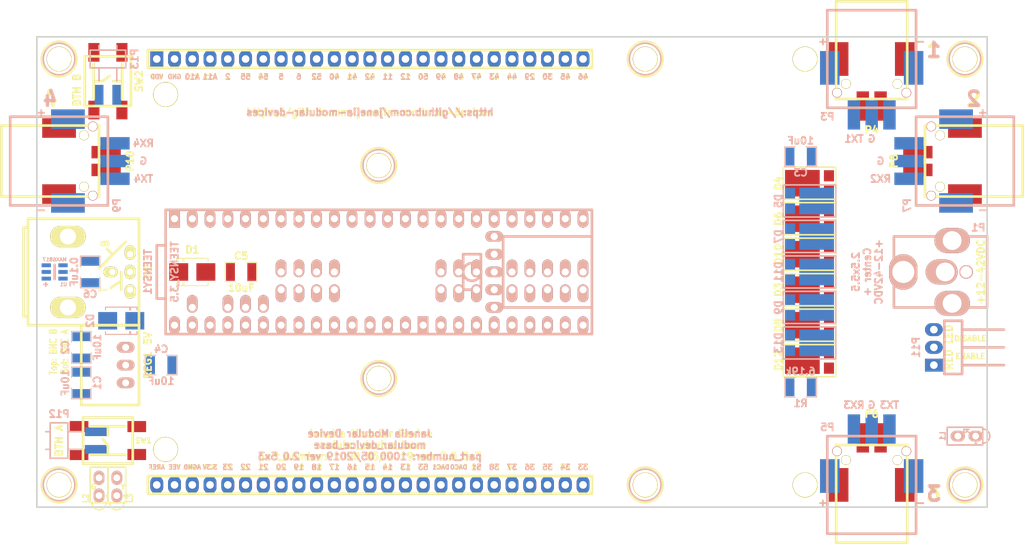
<source format=kicad_pcb>
(kicad_pcb (version 20190421) (host pcbnew "6.0.0-unknown-20800d0~86~ubuntu18.04.1")

  (general
    (thickness 1.6)
    (drawings 52)
    (tracks 0)
    (modules 50)
    (nets 92)
  )

  (page "A4")
  (title_block
    (title "modular_device_base_5x3")
    (rev "2.0")
  )

  (layers
    (0 "F.Cu" signal)
    (31 "B.Cu" signal)
    (32 "B.Adhes" user)
    (33 "F.Adhes" user)
    (34 "B.Paste" user)
    (35 "F.Paste" user)
    (36 "B.SilkS" user)
    (37 "F.SilkS" user)
    (38 "B.Mask" user)
    (39 "F.Mask" user)
    (40 "Dwgs.User" user)
    (41 "Cmts.User" user)
    (42 "Eco1.User" user)
    (43 "Eco2.User" user)
    (44 "Edge.Cuts" user)
    (45 "Margin" user)
    (46 "B.CrtYd" user)
    (47 "F.CrtYd" user)
    (48 "B.Fab" user hide)
    (49 "F.Fab" user)
  )

  (setup
    (last_trace_width 0.25)
    (trace_clearance 0)
    (zone_clearance 0.2032)
    (zone_45_only no)
    (trace_min 0.2)
    (via_size 0.6)
    (via_drill 0.4)
    (via_min_size 0.4)
    (via_min_drill 0.3)
    (uvia_size 0.3)
    (uvia_drill 0.1)
    (uvias_allowed no)
    (uvia_min_size 0)
    (uvia_min_drill 0)
    (edge_width 0.2286)
    (segment_width 0.381)
    (pcb_text_width 0.3)
    (pcb_text_size 1.5 1.5)
    (mod_edge_width 0.15)
    (mod_text_size 1 1)
    (mod_text_width 0.15)
    (pad_size 1.524 1.524)
    (pad_drill 0.762)
    (pad_to_mask_clearance 0.2)
    (aux_axis_origin 0 0)
    (visible_elements FFFFFF7F)
    (pcbplotparams
      (layerselection 0x000f0_ffffffff)
      (usegerberextensions true)
      (usegerberattributes false)
      (usegerberadvancedattributes false)
      (creategerberjobfile false)
      (excludeedgelayer false)
      (linewidth 0.100000)
      (plotframeref false)
      (viasonmask false)
      (mode 1)
      (useauxorigin false)
      (hpglpennumber 1)
      (hpglpenspeed 20)
      (hpglpendiameter 15.000000)
      (psnegative false)
      (psa4output false)
      (plotreference true)
      (plotvalue true)
      (plotinvisibletext false)
      (padsonsilk false)
      (subtractmaskfromsilk true)
      (outputformat 1)
      (mirror false)
      (drillshape 0)
      (scaleselection 1)
      (outputdirectory "gerbers/"))
  )

  (net 0 "")
  (net 1 "VAA")
  (net 2 "GND")
  (net 3 "/RX1")
  (net 4 "/TX1")
  (net 5 "/RX3")
  (net 6 "/TX3")
  (net 7 "+5V")
  (net 8 "VCC")
  (net 9 "/V_USB")
  (net 10 "VDD")
  (net 11 "VEE")
  (net 12 "/D2")
  (net 13 "/D5")
  (net 14 "/D6")
  (net 15 "/D11")
  (net 16 "/D12")
  (net 17 "/D13")
  (net 18 "/D14")
  (net 19 "/D15")
  (net 20 "/D16")
  (net 21 "/D17")
  (net 22 "/D18")
  (net 23 "/D19")
  (net 24 "/D20")
  (net 25 "/D21")
  (net 26 "/D22")
  (net 27 "/D23")
  (net 28 "/3V3")
  (net 29 "/AGND")
  (net 30 "/AREF")
  (net 31 "/D30")
  (net 32 "/D29")
  (net 33 "/RX2")
  (net 34 "/TX2")
  (net 35 "/BNC_A")
  (net 36 "/BNC_B")
  (net 37 "/A10")
  (net 38 "/A11")
  (net 39 "/D55")
  (net 40 "/D54")
  (net 41 "/D52")
  (net 42 "/D40")
  (net 43 "/D41")
  (net 44 "/D42")
  (net 45 "/D50")
  (net 46 "/D53")
  (net 47 "/DAC1")
  (net 48 "/DAC0")
  (net 49 "/D51")
  (net 50 "/D38")
  (net 51 "/D37")
  (net 52 "/D36")
  (net 53 "/D35")
  (net 54 "/D34")
  (net 55 "/D33")
  (net 56 "/D49")
  (net 57 "/D48")
  (net 58 "/D47")
  (net 59 "/D43")
  (net 60 "/D44")
  (net 61 "/D45")
  (net 62 "/D46")
  (net 63 "/RX4")
  (net 64 "/TX4")
  (net 65 "VDDA")
  (net 66 "VPP")
  (net 67 "VSS")
  (net 68 "VSSA")
  (net 69 "Net-(L1-Pad1)")
  (net 70 "/LED_GRN")
  (net 71 "/LED_YEL")
  (net 72 "/BTN_A")
  (net 73 "/BTN_B")
  (net 74 "/BTN_B_D")
  (net 75 "/BTN_A_D")
  (net 76 "Net-(P11-Pad2)")
  (net 77 "Net-(MH1-Pad1)")
  (net 78 "Net-(MH2-Pad1)")
  (net 79 "Net-(MH3-Pad1)")
  (net 80 "Net-(MH4-Pad1)")
  (net 81 "Net-(MH5-Pad1)")
  (net 82 "Net-(MH6-Pad1)")
  (net 83 "Net-(MH7-Pad1)")
  (net 84 "Net-(MH8-Pad1)")
  (net 85 "Net-(P11-Pad3)")
  (net 86 "Net-(TEENSY1-Pad39)")
  (net 87 "Net-(TEENSY1-Pad28)")
  (net 88 "Net-(TEENSY1-Pad3)")
  (net 89 "Net-(TEENSY1-Pad4)")
  (net 90 "Net-(TEENSY1-PadRSET)")
  (net 91 "Net-(TEENSY1-PadPROG)")

  (net_class "Default" "This is the default net class."
    (clearance 0)
    (trace_width 0.25)
    (via_dia 0.6)
    (via_drill 0.4)
    (uvia_dia 0.3)
    (uvia_drill 0.1)
  )

  (net_class "Power" ""
    (clearance 0.254)
    (trace_width 1.2192)
    (via_dia 0.889)
    (via_drill 0.635)
    (uvia_dia 0.508)
    (uvia_drill 0.127)
    (diff_pair_width 0.254)
    (diff_pair_gap 0.254)
    (add_net "+5V")
    (add_net "/3V3")
    (add_net "/AGND")
    (add_net "/AREF")
    (add_net "/V_USB")
    (add_net "VAA")
    (add_net "VCC")
    (add_net "VDD")
    (add_net "VDDA")
    (add_net "VPP")
    (add_net "VSS")
    (add_net "VSSA")
  )

  (net_class "Signal" ""
    (clearance 0.1016)
    (trace_width 0.6096)
    (via_dia 0.889)
    (via_drill 0.635)
    (uvia_dia 0.508)
    (uvia_drill 0.127)
    (diff_pair_width 0.254)
    (diff_pair_gap 0.254)
    (add_net "/A10")
    (add_net "/A11")
    (add_net "/BNC_A")
    (add_net "/BNC_B")
    (add_net "/BTN_A")
    (add_net "/BTN_A_D")
    (add_net "/BTN_B")
    (add_net "/BTN_B_D")
    (add_net "/D11")
    (add_net "/D12")
    (add_net "/D13")
    (add_net "/D14")
    (add_net "/D15")
    (add_net "/D16")
    (add_net "/D17")
    (add_net "/D18")
    (add_net "/D19")
    (add_net "/D2")
    (add_net "/D20")
    (add_net "/D21")
    (add_net "/D22")
    (add_net "/D23")
    (add_net "/D29")
    (add_net "/D30")
    (add_net "/D33")
    (add_net "/D34")
    (add_net "/D35")
    (add_net "/D36")
    (add_net "/D37")
    (add_net "/D38")
    (add_net "/D40")
    (add_net "/D41")
    (add_net "/D42")
    (add_net "/D43")
    (add_net "/D44")
    (add_net "/D45")
    (add_net "/D46")
    (add_net "/D47")
    (add_net "/D48")
    (add_net "/D49")
    (add_net "/D5")
    (add_net "/D50")
    (add_net "/D51")
    (add_net "/D52")
    (add_net "/D53")
    (add_net "/D54")
    (add_net "/D55")
    (add_net "/D6")
    (add_net "/DAC0")
    (add_net "/DAC1")
    (add_net "/LED_GRN")
    (add_net "/LED_YEL")
    (add_net "/RX1")
    (add_net "/RX2")
    (add_net "/RX3")
    (add_net "/RX4")
    (add_net "/TX1")
    (add_net "/TX2")
    (add_net "/TX3")
    (add_net "/TX4")
    (add_net "GND")
    (add_net "Net-(L1-Pad1)")
    (add_net "Net-(MH1-Pad1)")
    (add_net "Net-(MH2-Pad1)")
    (add_net "Net-(MH3-Pad1)")
    (add_net "Net-(MH4-Pad1)")
    (add_net "Net-(MH5-Pad1)")
    (add_net "Net-(MH6-Pad1)")
    (add_net "Net-(MH7-Pad1)")
    (add_net "Net-(MH8-Pad1)")
    (add_net "Net-(P11-Pad2)")
    (add_net "Net-(P11-Pad3)")
    (add_net "Net-(TEENSY1-Pad28)")
    (add_net "Net-(TEENSY1-Pad3)")
    (add_net "Net-(TEENSY1-Pad39)")
    (add_net "Net-(TEENSY1-Pad4)")
    (add_net "Net-(TEENSY1-PadPROG)")
    (add_net "Net-(TEENSY1-PadRSET)")
    (add_net "VEE")
  )

  (module "footprints:Header_2_Pin_SMD_RA_UNSHR" (layer "B.Cu") (tedit 598A3EE3) (tstamp 598A7B3F)
    (at 62.23 123.825 270)
    (path "/598A4B20")
    (fp_text reference "P12" (at -3.81 0 180) (layer "B.SilkS")
      (effects (font (size 1.016 1.016) (thickness 0.254)) (justify mirror))
    )
    (fp_text value "HEADER_01X02_SMD_RA_UNSHR" (at -3.81 -2.54 180) (layer "B.SilkS") hide
      (effects (font (size 1.524 1.524) (thickness 0.3048)) (justify mirror))
    )
    (fp_line (start 1.27 1.27) (end 1.27 1.905) (layer "B.SilkS") (width 0.2286))
    (fp_line (start -1.27 1.27) (end -1.27 1.905) (layer "B.SilkS") (width 0.2286))
    (fp_line (start 1.27 -1.27) (end 1.27 -3.175) (layer "B.SilkS") (width 0.2286))
    (fp_line (start -1.27 -1.27) (end -1.27 -3.175) (layer "B.SilkS") (width 0.2286))
    (fp_line (start 1.27 7.112) (end 1.27 1.27) (layer "B.Fab") (width 0.2286))
    (fp_line (start -1.27 7.112) (end -1.27 1.27) (layer "B.Fab") (width 0.2286))
    (fp_line (start -2.54 1.27) (end -2.54 -1.27) (layer "B.SilkS") (width 0.2286))
    (fp_line (start -2.54 -1.27) (end 2.54 -1.27) (layer "B.SilkS") (width 0.2286))
    (fp_line (start 2.54 -1.27) (end 2.54 1.27) (layer "B.SilkS") (width 0.2286))
    (fp_line (start 2.54 1.27) (end -2.54 1.27) (layer "B.SilkS") (width 0.2286))
    (pad "2" smd rect (at 1.27 -5.2832 270) (size 1.27 3.175) (layers "B.Cu" "B.Paste" "B.Mask")
      (net 2 "GND"))
    (pad "1" smd rect (at -1.27 -5.2832 270) (size 1.27 3.175) (layers "B.Cu" "B.Paste" "B.Mask")
      (net 72 "/BTN_A"))
  )

  (module "footprints:Header_2_Pin_SMD_RA_UNSHR" (layer "B.Cu") (tedit 598A3EF2) (tstamp 598A7B4D)
    (at 69.215 69.215 180)
    (path "/598A63DE")
    (fp_text reference "P13" (at -3.81 0 90) (layer "B.SilkS")
      (effects (font (size 1.016 1.016) (thickness 0.254)) (justify mirror))
    )
    (fp_text value "HEADER_01X02_SMD_RA_UNSHR" (at -3.81 -2.54 90) (layer "B.SilkS") hide
      (effects (font (size 1.524 1.524) (thickness 0.3048)) (justify mirror))
    )
    (fp_line (start 1.27 1.27) (end 1.27 1.905) (layer "B.SilkS") (width 0.2286))
    (fp_line (start -1.27 1.27) (end -1.27 1.905) (layer "B.SilkS") (width 0.2286))
    (fp_line (start 1.27 -1.27) (end 1.27 -3.175) (layer "B.SilkS") (width 0.2286))
    (fp_line (start -1.27 -1.27) (end -1.27 -3.175) (layer "B.SilkS") (width 0.2286))
    (fp_line (start 1.27 7.112) (end 1.27 1.27) (layer "B.Fab") (width 0.2286))
    (fp_line (start -1.27 7.112) (end -1.27 1.27) (layer "B.Fab") (width 0.2286))
    (fp_line (start -2.54 1.27) (end -2.54 -1.27) (layer "B.SilkS") (width 0.2286))
    (fp_line (start -2.54 -1.27) (end 2.54 -1.27) (layer "B.SilkS") (width 0.2286))
    (fp_line (start 2.54 -1.27) (end 2.54 1.27) (layer "B.SilkS") (width 0.2286))
    (fp_line (start 2.54 1.27) (end -2.54 1.27) (layer "B.SilkS") (width 0.2286))
    (pad "2" smd rect (at 1.27 -5.2832 180) (size 1.27 3.175) (layers "B.Cu" "B.Paste" "B.Mask")
      (net 2 "GND"))
    (pad "1" smd rect (at -1.27 -5.2832 180) (size 1.27 3.175) (layers "B.Cu" "B.Paste" "B.Mask")
      (net 73 "/BTN_B"))
  )

  (module "footprints:MODULAR_DEVICE_BASE_5X3_FEMALE" (layer "F.Cu") (tedit 592843B8) (tstamp 589A67D3)
    (at 95.25 99.695)
    (path "/589B14CF")
    (fp_text reference "MDB1" (at 0 0) (layer "F.SilkS") hide
      (effects (font (size 1.016 1.016) (thickness 0.254)))
    )
    (fp_text value "MODULAR_DEVICE_BASE_5x3_FEMALE" (at 0 2.54) (layer "F.SilkS") hide
      (effects (font (size 1.524 1.524) (thickness 0.3048)))
    )
    (fp_line (start -21.59 33.655) (end 99.695 33.655) (layer "F.Fab") (width 0.2286))
    (fp_line (start 99.695 33.655) (end 99.695 -33.655) (layer "F.Fab") (width 0.2286))
    (fp_line (start 99.695 -33.655) (end -21.59 -33.655) (layer "F.Fab") (width 0.2286))
    (fp_text user "46" (at 41.91 -27.94) (layer "B.SilkS")
      (effects (font (size 0.762 0.762) (thickness 0.1905)) (justify mirror))
    )
    (fp_text user "45" (at 39.37 -27.94) (layer "B.SilkS")
      (effects (font (size 0.762 0.762) (thickness 0.1905)) (justify mirror))
    )
    (fp_text user "30" (at 36.83 -27.94) (layer "B.SilkS")
      (effects (font (size 0.762 0.762) (thickness 0.1905)) (justify mirror))
    )
    (fp_text user "29" (at 34.29 -27.94) (layer "B.SilkS")
      (effects (font (size 0.762 0.762) (thickness 0.1905)) (justify mirror))
    )
    (fp_text user "44" (at 31.75 -27.94) (layer "B.SilkS")
      (effects (font (size 0.762 0.762) (thickness 0.1905)) (justify mirror))
    )
    (fp_text user "43" (at 29.21 -27.94) (layer "B.SilkS")
      (effects (font (size 0.762 0.762) (thickness 0.1905)) (justify mirror))
    )
    (fp_text user "47" (at 26.67 -27.94) (layer "B.SilkS")
      (effects (font (size 0.762 0.762) (thickness 0.1905)) (justify mirror))
    )
    (fp_text user "48" (at 24.13 -27.94) (layer "B.SilkS")
      (effects (font (size 0.762 0.762) (thickness 0.1905)) (justify mirror))
    )
    (fp_text user "49" (at 21.59 -27.94) (layer "B.SilkS")
      (effects (font (size 0.762 0.762) (thickness 0.1905)) (justify mirror))
    )
    (fp_text user "50" (at 19.05 -27.94) (layer "B.SilkS")
      (effects (font (size 0.762 0.762) (thickness 0.1905)) (justify mirror))
    )
    (fp_text user "42" (at 11.43 -27.94) (layer "B.SilkS")
      (effects (font (size 0.762 0.762) (thickness 0.1905)) (justify mirror))
    )
    (fp_text user "41" (at 8.89 -27.94) (layer "B.SilkS")
      (effects (font (size 0.762 0.762) (thickness 0.1905)) (justify mirror))
    )
    (fp_text user "40" (at 6.35 -27.94) (layer "B.SilkS")
      (effects (font (size 0.762 0.762) (thickness 0.1905)) (justify mirror))
    )
    (fp_text user "52" (at 3.81 -27.94) (layer "B.SilkS")
      (effects (font (size 0.762 0.762) (thickness 0.1905)) (justify mirror))
    )
    (fp_text user "54" (at -3.81 -27.94) (layer "B.SilkS")
      (effects (font (size 0.762 0.762) (thickness 0.1905)) (justify mirror))
    )
    (fp_text user "55" (at -6.35 -27.94) (layer "B.SilkS")
      (effects (font (size 0.762 0.762) (thickness 0.1905)) (justify mirror))
    )
    (fp_text user "A11" (at -11.43 -27.94) (layer "B.SilkS")
      (effects (font (size 0.762 0.762) (thickness 0.1905)) (justify mirror))
    )
    (fp_text user "A10" (at -13.97 -27.94) (layer "B.SilkS")
      (effects (font (size 0.762 0.762) (thickness 0.1905)) (justify mirror))
    )
    (fp_text user "46" (at 41.91 -27.94) (layer "F.SilkS")
      (effects (font (size 0.762 0.762) (thickness 0.1905)))
    )
    (fp_text user "45" (at 39.37 -27.94) (layer "F.SilkS")
      (effects (font (size 0.762 0.762) (thickness 0.1905)))
    )
    (fp_text user "30" (at 36.83 -27.94) (layer "F.SilkS")
      (effects (font (size 0.762 0.762) (thickness 0.1905)))
    )
    (fp_text user "29" (at 34.29 -27.94) (layer "F.SilkS")
      (effects (font (size 0.762 0.762) (thickness 0.1905)))
    )
    (fp_text user "44" (at 31.75 -27.94) (layer "F.SilkS")
      (effects (font (size 0.762 0.762) (thickness 0.1905)))
    )
    (fp_text user "43" (at 29.21 -27.94) (layer "F.SilkS")
      (effects (font (size 0.762 0.762) (thickness 0.1905)))
    )
    (fp_text user "47" (at 26.67 -27.94) (layer "F.SilkS")
      (effects (font (size 0.762 0.762) (thickness 0.1905)))
    )
    (fp_text user "48" (at 24.13 -27.94) (layer "F.SilkS")
      (effects (font (size 0.762 0.762) (thickness 0.1905)))
    )
    (fp_text user "49" (at 21.59 -27.94) (layer "F.SilkS")
      (effects (font (size 0.762 0.762) (thickness 0.1905)))
    )
    (fp_text user "50" (at 19.05 -27.94) (layer "F.SilkS")
      (effects (font (size 0.762 0.762) (thickness 0.1905)))
    )
    (fp_text user "42" (at 11.43 -27.94) (layer "F.SilkS")
      (effects (font (size 0.762 0.762) (thickness 0.1905)))
    )
    (fp_text user "41" (at 8.89 -27.94) (layer "F.SilkS")
      (effects (font (size 0.762 0.762) (thickness 0.1905)))
    )
    (fp_text user "40" (at 6.35 -27.94) (layer "F.SilkS")
      (effects (font (size 0.762 0.762) (thickness 0.1905)))
    )
    (fp_text user "52" (at 3.81 -27.94) (layer "F.SilkS")
      (effects (font (size 0.762 0.762) (thickness 0.1905)))
    )
    (fp_text user "54" (at -3.81 -27.94) (layer "F.SilkS")
      (effects (font (size 0.762 0.762) (thickness 0.1905)))
    )
    (fp_text user "55" (at -6.35 -27.94) (layer "F.SilkS")
      (effects (font (size 0.762 0.762) (thickness 0.1905)))
    )
    (fp_text user "A11" (at -11.43 -27.94) (layer "F.SilkS")
      (effects (font (size 0.762 0.762) (thickness 0.1905)))
    )
    (fp_text user "A10" (at -13.97 -27.94) (layer "F.SilkS")
      (effects (font (size 0.762 0.762) (thickness 0.1905)))
    )
    (fp_text user "33" (at 41.91 27.94) (layer "B.SilkS")
      (effects (font (size 0.762 0.762) (thickness 0.1905)) (justify mirror))
    )
    (fp_text user "34" (at 39.37 27.94) (layer "B.SilkS")
      (effects (font (size 0.762 0.762) (thickness 0.1905)) (justify mirror))
    )
    (fp_text user "35" (at 36.83 27.94) (layer "B.SilkS")
      (effects (font (size 0.762 0.762) (thickness 0.1905)) (justify mirror))
    )
    (fp_text user "36" (at 34.29 27.94) (layer "B.SilkS")
      (effects (font (size 0.762 0.762) (thickness 0.1905)) (justify mirror))
    )
    (fp_text user "37" (at 31.75 27.94) (layer "B.SilkS")
      (effects (font (size 0.762 0.762) (thickness 0.1905)) (justify mirror))
    )
    (fp_text user "51" (at 26.67 27.94) (layer "B.SilkS")
      (effects (font (size 0.762 0.762) (thickness 0.1905)) (justify mirror))
    )
    (fp_text user "53" (at 19.05 27.94) (layer "B.SilkS")
      (effects (font (size 0.762 0.762) (thickness 0.1905)) (justify mirror))
    )
    (fp_text user "38" (at 29.21 27.94) (layer "B.SilkS")
      (effects (font (size 0.762 0.762) (thickness 0.1905)) (justify mirror))
    )
    (fp_text user "33" (at 41.91 27.94) (layer "F.SilkS")
      (effects (font (size 0.762 0.762) (thickness 0.1905)))
    )
    (fp_text user "34" (at 39.37 27.94) (layer "F.SilkS")
      (effects (font (size 0.762 0.762) (thickness 0.1905)))
    )
    (fp_text user "35" (at 36.83 27.94) (layer "F.SilkS")
      (effects (font (size 0.762 0.762) (thickness 0.1905)))
    )
    (fp_text user "36" (at 34.29 27.94) (layer "F.SilkS")
      (effects (font (size 0.762 0.762) (thickness 0.1905)))
    )
    (fp_text user "37" (at 31.75 27.94) (layer "F.SilkS")
      (effects (font (size 0.762 0.762) (thickness 0.1905)))
    )
    (fp_text user "51" (at 26.67 27.94) (layer "F.SilkS")
      (effects (font (size 0.762 0.762) (thickness 0.1905)))
    )
    (fp_text user "53" (at 19.05 27.94) (layer "F.SilkS")
      (effects (font (size 0.762 0.762) (thickness 0.1905)))
    )
    (fp_text user "38" (at 29.21 27.94) (layer "F.SilkS")
      (effects (font (size 0.762 0.762) (thickness 0.1905)))
    )
    (fp_text user "DAC0" (at 24.13 27.94) (layer "B.SilkS")
      (effects (font (size 0.635 0.635) (thickness 0.15875)) (justify mirror))
    )
    (fp_text user "DAC0" (at 24.13 27.94) (layer "F.SilkS")
      (effects (font (size 0.635 0.635) (thickness 0.15875)))
    )
    (fp_line (start -20.32 -29.21) (end 43.18 -29.21) (layer "F.SilkS") (width 0.381))
    (fp_line (start -20.32 -31.75) (end 43.18 -31.75) (layer "F.SilkS") (width 0.381))
    (fp_line (start -20.32 31.75) (end 43.18 31.75) (layer "F.SilkS") (width 0.381))
    (fp_line (start -20.32 29.21) (end 43.18 29.21) (layer "F.SilkS") (width 0.381))
    (fp_line (start -21.59 -33.655) (end -21.59 33.655) (layer "F.Fab") (width 0.2286))
    (fp_line (start 43.18 -29.21) (end 43.18 -31.75) (layer "F.SilkS") (width 0.381))
    (fp_line (start -20.32 -31.75) (end -20.32 -29.21) (layer "F.SilkS") (width 0.381))
    (fp_line (start 43.18 31.75) (end 43.18 29.21) (layer "F.SilkS") (width 0.381))
    (fp_line (start -20.32 29.21) (end -20.32 31.75) (layer "F.SilkS") (width 0.381))
    (fp_text user "AREF" (at -19.05 27.94) (layer "F.SilkS")
      (effects (font (size 0.635 0.635) (thickness 0.15875)))
    )
    (fp_text user "VEE" (at -16.51 27.94) (layer "F.SilkS")
      (effects (font (size 0.635 0.635) (thickness 0.15875)))
    )
    (fp_text user "AGND" (at -13.97 27.94) (layer "F.SilkS")
      (effects (font (size 0.635 0.635) (thickness 0.15875)))
    )
    (fp_text user "3.3V" (at -11.43 27.94) (layer "F.SilkS")
      (effects (font (size 0.635 0.635) (thickness 0.15875)))
    )
    (fp_text user "23" (at -8.89 27.94) (layer "F.SilkS")
      (effects (font (size 0.762 0.762) (thickness 0.1905)))
    )
    (fp_text user "22" (at -6.35 27.94) (layer "F.SilkS")
      (effects (font (size 0.762 0.762) (thickness 0.1905)))
    )
    (fp_text user "VDD" (at -19.05 -27.94) (layer "F.SilkS")
      (effects (font (size 0.635 0.635) (thickness 0.15875)))
    )
    (fp_text user "GND" (at -16.51 -27.94) (layer "F.SilkS")
      (effects (font (size 0.635 0.635) (thickness 0.15875)))
    )
    (fp_text user "DAC1" (at 21.59 27.94) (layer "F.SilkS")
      (effects (font (size 0.635 0.635) (thickness 0.15875)))
    )
    (fp_text user "21" (at -3.81 27.94) (layer "F.SilkS")
      (effects (font (size 0.762 0.762) (thickness 0.1905)))
    )
    (fp_text user "20" (at -1.27 27.94) (layer "F.SilkS")
      (effects (font (size 0.762 0.762) (thickness 0.1905)))
    )
    (fp_text user "19" (at 1.27 27.94) (layer "F.SilkS")
      (effects (font (size 0.762 0.762) (thickness 0.1905)))
    )
    (fp_text user "18" (at 3.81 27.94) (layer "F.SilkS")
      (effects (font (size 0.762 0.762) (thickness 0.1905)))
    )
    (fp_text user "17" (at 6.35 27.94) (layer "F.SilkS")
      (effects (font (size 0.762 0.762) (thickness 0.1905)))
    )
    (fp_text user "16" (at 8.89 27.94) (layer "F.SilkS")
      (effects (font (size 0.762 0.762) (thickness 0.1905)))
    )
    (fp_text user "15" (at 11.43 27.94) (layer "F.SilkS")
      (effects (font (size 0.762 0.762) (thickness 0.1905)))
    )
    (fp_text user "14" (at 13.97 27.94) (layer "F.SilkS")
      (effects (font (size 0.762 0.762) (thickness 0.1905)))
    )
    (fp_text user "13" (at 16.51 27.94) (layer "F.SilkS")
      (effects (font (size 0.762 0.762) (thickness 0.1905)))
    )
    (fp_text user "2" (at -8.89 -27.94) (layer "F.SilkS")
      (effects (font (size 0.762 0.762) (thickness 0.1905)))
    )
    (fp_text user "5" (at -1.27 -27.94) (layer "F.SilkS")
      (effects (font (size 0.762 0.762) (thickness 0.1905)))
    )
    (fp_text user "6" (at 1.27 -27.94) (layer "F.SilkS")
      (effects (font (size 0.762 0.762) (thickness 0.1905)))
    )
    (fp_text user "11" (at 13.97 -27.94) (layer "F.SilkS")
      (effects (font (size 0.762 0.762) (thickness 0.1905)))
    )
    (fp_text user "12" (at 16.51 -27.94) (layer "F.SilkS")
      (effects (font (size 0.762 0.762) (thickness 0.1905)))
    )
    (fp_text user "VDD" (at -19.05 -27.94) (layer "B.SilkS")
      (effects (font (size 0.635 0.635) (thickness 0.15875)) (justify mirror))
    )
    (fp_text user "GND" (at -16.51 -27.94) (layer "B.SilkS")
      (effects (font (size 0.635 0.635) (thickness 0.15875)) (justify mirror))
    )
    (fp_text user "2" (at -8.89 -27.94) (layer "B.SilkS")
      (effects (font (size 0.762 0.762) (thickness 0.1905)) (justify mirror))
    )
    (fp_text user "5" (at -1.27 -27.94) (layer "B.SilkS")
      (effects (font (size 0.762 0.762) (thickness 0.1905)) (justify mirror))
    )
    (fp_text user "6" (at 1.27 -27.94) (layer "B.SilkS")
      (effects (font (size 0.762 0.762) (thickness 0.1905)) (justify mirror))
    )
    (fp_text user "11" (at 13.97 -27.94) (layer "B.SilkS")
      (effects (font (size 0.762 0.762) (thickness 0.1905)) (justify mirror))
    )
    (fp_text user "12" (at 16.51 -27.94) (layer "B.SilkS")
      (effects (font (size 0.762 0.762) (thickness 0.1905)) (justify mirror))
    )
    (fp_text user "AREF" (at -19.05 27.94) (layer "B.SilkS")
      (effects (font (size 0.635 0.635) (thickness 0.15875)) (justify mirror))
    )
    (fp_text user "VEE" (at -16.51 27.94) (layer "B.SilkS")
      (effects (font (size 0.635 0.635) (thickness 0.15875)) (justify mirror))
    )
    (fp_text user "AGND" (at -13.97 27.94) (layer "B.SilkS")
      (effects (font (size 0.635 0.635) (thickness 0.15875)) (justify mirror))
    )
    (fp_text user "3.3V" (at -11.43 27.94) (layer "B.SilkS")
      (effects (font (size 0.635 0.635) (thickness 0.15875)) (justify mirror))
    )
    (fp_text user "23" (at -8.89 27.94) (layer "B.SilkS")
      (effects (font (size 0.762 0.762) (thickness 0.1905)) (justify mirror))
    )
    (fp_text user "22" (at -6.35 27.94) (layer "B.SilkS")
      (effects (font (size 0.762 0.762) (thickness 0.1905)) (justify mirror))
    )
    (fp_text user "21" (at -3.81 27.94) (layer "B.SilkS")
      (effects (font (size 0.762 0.762) (thickness 0.1905)) (justify mirror))
    )
    (fp_text user "20" (at -1.27 27.94) (layer "B.SilkS")
      (effects (font (size 0.762 0.762) (thickness 0.1905)) (justify mirror))
    )
    (fp_text user "19" (at 1.27 27.94) (layer "B.SilkS")
      (effects (font (size 0.762 0.762) (thickness 0.1905)) (justify mirror))
    )
    (fp_text user "18" (at 3.81 27.94) (layer "B.SilkS")
      (effects (font (size 0.762 0.762) (thickness 0.1905)) (justify mirror))
    )
    (fp_text user "17" (at 6.35 27.94) (layer "B.SilkS")
      (effects (font (size 0.762 0.762) (thickness 0.1905)) (justify mirror))
    )
    (fp_text user "16" (at 8.89 27.94) (layer "B.SilkS")
      (effects (font (size 0.762 0.762) (thickness 0.1905)) (justify mirror))
    )
    (fp_text user "15" (at 11.43 27.94) (layer "B.SilkS")
      (effects (font (size 0.762 0.762) (thickness 0.1905)) (justify mirror))
    )
    (fp_text user "14" (at 13.97 27.94) (layer "B.SilkS")
      (effects (font (size 0.762 0.762) (thickness 0.1905)) (justify mirror))
    )
    (fp_text user "13" (at 16.51 27.94) (layer "B.SilkS")
      (effects (font (size 0.762 0.762) (thickness 0.1905)) (justify mirror))
    )
    (fp_text user "DAC1" (at 21.59 27.94) (layer "B.SilkS")
      (effects (font (size 0.635 0.635) (thickness 0.15875)) (justify mirror))
    )
    (pad "46" thru_hole oval (at 41.91 -30.48) (size 1.8542 2.54) (drill 1.0922) (layers *.Cu *.Mask)
      (net 62 "/D46"))
    (pad "45" thru_hole oval (at 39.37 -30.48) (size 1.8542 2.54) (drill 1.0922) (layers *.Cu *.Mask)
      (net 61 "/D45"))
    (pad "30" thru_hole oval (at 36.83 -30.48) (size 1.8542 2.54) (drill 1.0922) (layers *.Cu *.Mask)
      (net 31 "/D30"))
    (pad "29" thru_hole oval (at 34.29 -30.48) (size 1.8542 2.54) (drill 1.0922) (layers *.Cu *.Mask)
      (net 32 "/D29"))
    (pad "44" thru_hole oval (at 31.75 -30.48) (size 1.8542 2.54) (drill 1.0922) (layers *.Cu *.Mask)
      (net 60 "/D44"))
    (pad "43" thru_hole oval (at 29.21 -30.48) (size 1.8542 2.54) (drill 1.0922) (layers *.Cu *.Mask)
      (net 59 "/D43"))
    (pad "47" thru_hole oval (at 26.67 -30.48) (size 1.8542 2.54) (drill 1.0922) (layers *.Cu *.Mask)
      (net 58 "/D47"))
    (pad "48" thru_hole oval (at 24.13 -30.48) (size 1.8542 2.54) (drill 1.0922) (layers *.Cu *.Mask)
      (net 57 "/D48"))
    (pad "49" thru_hole oval (at 21.59 -30.48) (size 1.8542 2.54) (drill 1.0922) (layers *.Cu *.Mask)
      (net 56 "/D49"))
    (pad "33" thru_hole oval (at 41.91 30.48) (size 1.8542 2.54) (drill 1.0922) (layers *.Cu *.Mask)
      (net 55 "/D33"))
    (pad "34" thru_hole oval (at 39.37 30.48) (size 1.8542 2.54) (drill 1.0922) (layers *.Cu *.Mask)
      (net 54 "/D34"))
    (pad "35" thru_hole oval (at 36.83 30.48) (size 1.8542 2.54) (drill 1.0922) (layers *.Cu *.Mask)
      (net 53 "/D35"))
    (pad "36" thru_hole oval (at 34.29 30.48) (size 1.8542 2.54) (drill 1.0922) (layers *.Cu *.Mask)
      (net 52 "/D36"))
    (pad "37" thru_hole oval (at 31.75 30.48) (size 1.8542 2.54) (drill 1.0922) (layers *.Cu *.Mask)
      (net 51 "/D37"))
    (pad "38" thru_hole oval (at 29.21 30.48) (size 1.8542 2.54) (drill 1.0922) (layers *.Cu *.Mask)
      (net 50 "/D38"))
    (pad "51" thru_hole oval (at 26.67 30.48) (size 1.8542 2.54) (drill 1.0922) (layers *.Cu *.Mask)
      (net 49 "/D51"))
    (pad "DAC0" thru_hole oval (at 24.13 30.48) (size 1.8542 2.54) (drill 1.0922) (layers *.Cu *.Mask)
      (net 48 "/DAC0"))
    (pad "DAC1" thru_hole oval (at 21.59 30.48) (size 1.8542 2.54) (drill 1.0922) (layers *.Cu *.Mask)
      (net 47 "/DAC1"))
    (pad "" thru_hole circle (at 73.66 -30.48) (size 3.556 3.556) (drill 3.302) (layers *.Cu *.Mask "F.SilkS"))
    (pad "" thru_hole circle (at 73.66 30.48) (size 3.556 3.556) (drill 3.302) (layers *.Cu *.Mask "F.SilkS"))
    (pad "" thru_hole circle (at -17.78 25.4) (size 3.556 3.556) (drill 3.302) (layers *.Cu *.Mask "F.SilkS"))
    (pad "" thru_hole circle (at -17.78 -25.4) (size 3.556 3.556) (drill 3.302) (layers *.Cu *.Mask "F.SilkS"))
    (pad "AREF" thru_hole oval (at -19.05 30.48) (size 1.8542 2.54) (drill 1.0922) (layers *.Cu *.Mask)
      (net 30 "/AREF"))
    (pad "VEE" thru_hole oval (at -16.51 30.48) (size 1.8542 2.54) (drill 1.0922) (layers *.Cu *.Mask)
      (net 11 "VEE"))
    (pad "AGND" thru_hole oval (at -13.97 30.48) (size 1.8542 2.54) (drill 1.0922) (layers *.Cu *.Mask)
      (net 29 "/AGND"))
    (pad "3V3" thru_hole oval (at -11.43 30.48) (size 1.8542 2.54) (drill 1.0922) (layers *.Cu *.Mask)
      (net 28 "/3V3"))
    (pad "23" thru_hole oval (at -8.89 30.48) (size 1.8542 2.54) (drill 1.0922) (layers *.Cu *.Mask)
      (net 27 "/D23"))
    (pad "22" thru_hole oval (at -6.35 30.48) (size 1.8542 2.54) (drill 1.0922) (layers *.Cu *.Mask)
      (net 26 "/D22"))
    (pad "21" thru_hole oval (at -3.81 30.48) (size 1.8542 2.54) (drill 1.0922) (layers *.Cu *.Mask)
      (net 25 "/D21"))
    (pad "20" thru_hole oval (at -1.27 30.48) (size 1.8542 2.54) (drill 1.0922) (layers *.Cu *.Mask)
      (net 24 "/D20"))
    (pad "19" thru_hole oval (at 1.27 30.48) (size 1.8542 2.54) (drill 1.0922) (layers *.Cu *.Mask)
      (net 23 "/D19"))
    (pad "18" thru_hole oval (at 3.81 30.48) (size 1.8542 2.54) (drill 1.0922) (layers *.Cu *.Mask)
      (net 22 "/D18"))
    (pad "17" thru_hole oval (at 6.35 30.48) (size 1.8542 2.54) (drill 1.0922) (layers *.Cu *.Mask)
      (net 21 "/D17"))
    (pad "16" thru_hole oval (at 8.89 30.48) (size 1.8542 2.54) (drill 1.0922) (layers *.Cu *.Mask)
      (net 20 "/D16"))
    (pad "15" thru_hole oval (at 11.43 30.48) (size 1.8542 2.54) (drill 1.0922) (layers *.Cu *.Mask)
      (net 19 "/D15"))
    (pad "14" thru_hole oval (at 13.97 30.48) (size 1.8542 2.54) (drill 1.0922) (layers *.Cu *.Mask)
      (net 18 "/D14"))
    (pad "13" thru_hole oval (at 16.51 30.48) (size 1.8542 2.54) (drill 1.0922) (layers *.Cu *.Mask)
      (net 17 "/D13"))
    (pad "53" thru_hole oval (at 19.05 30.48) (size 1.8542 2.54) (drill 1.0922) (layers *.Cu *.Mask)
      (net 46 "/D53"))
    (pad "50" thru_hole oval (at 19.05 -30.48) (size 1.8542 2.54) (drill 1.0922) (layers *.Cu *.Mask)
      (net 45 "/D50"))
    (pad "12" thru_hole oval (at 16.51 -30.48) (size 1.8542 2.54) (drill 1.0922) (layers *.Cu *.Mask)
      (net 16 "/D12"))
    (pad "11" thru_hole oval (at 13.97 -30.48) (size 1.8542 2.54) (drill 1.0922) (layers *.Cu *.Mask)
      (net 15 "/D11"))
    (pad "42" thru_hole oval (at 11.43 -30.48) (size 1.8542 2.54) (drill 1.0922) (layers *.Cu *.Mask)
      (net 44 "/D42"))
    (pad "41" thru_hole oval (at 8.89 -30.48) (size 1.8542 2.54) (drill 1.0922) (layers *.Cu *.Mask)
      (net 43 "/D41"))
    (pad "40" thru_hole oval (at 6.35 -30.48) (size 1.8542 2.54) (drill 1.0922) (layers *.Cu *.Mask)
      (net 42 "/D40"))
    (pad "52" thru_hole oval (at 3.81 -30.48) (size 1.8542 2.54) (drill 1.0922) (layers *.Cu *.Mask)
      (net 41 "/D52"))
    (pad "6" thru_hole oval (at 1.27 -30.48) (size 1.8542 2.54) (drill 1.0922) (layers *.Cu *.Mask)
      (net 14 "/D6"))
    (pad "5" thru_hole oval (at -1.27 -30.48) (size 1.8542 2.54) (drill 1.0922) (layers *.Cu *.Mask)
      (net 13 "/D5"))
    (pad "54" thru_hole oval (at -3.81 -30.48) (size 1.8542 2.54) (drill 1.0922) (layers *.Cu *.Mask)
      (net 40 "/D54"))
    (pad "55" thru_hole oval (at -6.35 -30.48) (size 1.8542 2.54) (drill 1.0922) (layers *.Cu *.Mask)
      (net 39 "/D55"))
    (pad "2" thru_hole oval (at -8.89 -30.48) (size 1.8542 2.54) (drill 1.0922) (layers *.Cu *.Mask)
      (net 12 "/D2"))
    (pad "A11" thru_hole oval (at -11.43 -30.48) (size 1.8542 2.54) (drill 1.0922) (layers *.Cu *.Mask)
      (net 38 "/A11"))
    (pad "VDD" thru_hole rect (at -19.05 -30.48) (size 1.8542 2.54) (drill 1.0922) (layers *.Cu *.Mask)
      (net 10 "VDD"))
    (pad "A10" thru_hole oval (at -13.97 -30.48) (size 1.8542 2.54) (drill 1.0922) (layers *.Cu *.Mask)
      (net 37 "/A10"))
    (pad "GND" thru_hole oval (at -16.51 -30.48) (size 1.8542 2.54) (drill 1.0922) (layers *.Cu *.Mask)
      (net 2 "GND"))
  )

  (module "modular_device_base_5x3:DO-214BA" (layer "B.Cu") (tedit 57926E91) (tstamp 576408F8)
    (at 71.12 106.68 180)
    (descr "Microsemi LSM115J")
    (tags "DO-214BA diode")
    (path "/57640DFA")
    (attr smd)
    (fp_text reference "D2" (at 4.445 0 90) (layer "B.SilkS")
      (effects (font (size 1.016 1.016) (thickness 0.254)) (justify mirror))
    )
    (fp_text value "diode_schottky_15V_1A" (at 0 -3 180) (layer "B.SilkS") hide
      (effects (font (size 1 1) (thickness 0.15)) (justify mirror))
    )
    (fp_line (start 2.25 -1.95) (end -2.25 -1.95) (layer "B.SilkS") (width 0.15))
    (fp_line (start -2.25 1.95) (end 2.25 1.95) (layer "B.SilkS") (width 0.15))
    (fp_line (start -1.2 1.55) (end -1.2 1.95) (layer "B.SilkS") (width 0.15))
    (fp_line (start -1.35 1.55) (end -1.2 1.55) (layer "B.SilkS") (width 0.15))
    (fp_line (start -1.35 1.95) (end -1.35 1.55) (layer "B.SilkS") (width 0.15))
    (fp_line (start -1.2 -1.55) (end -1.2 -1.95) (layer "B.SilkS") (width 0.15))
    (fp_line (start -1.35 -1.55) (end -1.2 -1.55) (layer "B.SilkS") (width 0.15))
    (fp_line (start -1.35 -1.95) (end -1.35 -1.55) (layer "B.SilkS") (width 0.15))
    (fp_line (start 2.25 1.95) (end 2.25 1.55) (layer "B.SilkS") (width 0.15))
    (fp_line (start 2.25 -1.95) (end 2.25 -1.55) (layer "B.SilkS") (width 0.15))
    (fp_line (start -2.25 -1.95) (end -2.25 -1.55) (layer "B.SilkS") (width 0.15))
    (fp_line (start -2.25 1.95) (end -2.25 1.55) (layer "B.SilkS") (width 0.15))
    (fp_line (start -3 -2.25) (end -3 2.25) (layer "B.CrtYd") (width 0.05))
    (fp_line (start 3 -2.25) (end -3 -2.25) (layer "B.CrtYd") (width 0.05))
    (fp_line (start 3 2.25) (end 3 -2.25) (layer "B.CrtYd") (width 0.05))
    (fp_line (start -3 2.25) (end 3 2.25) (layer "B.CrtYd") (width 0.05))
    (pad "1" smd rect (at -1.94 0 180) (size 2.71 2.5) (layers "B.Cu" "B.Paste" "B.Mask")
      (net 11 "VEE"))
    (pad "2" smd rect (at 1.94 0 180) (size 2.71 2.5) (layers "B.Cu" "B.Paste" "B.Mask")
      (net 7 "+5V"))
  )

  (module "modular_device_base_5x3:SM1210" (layer "B.Cu") (tedit 5481F170) (tstamp 5751D183)
    (at 65.405 115.57 90)
    (tags "CMS SM")
    (path "/5751CBF8")
    (attr smd)
    (fp_text reference "C1" (at 0 2.286 90) (layer "B.SilkS")
      (effects (font (size 1.016 1.016) (thickness 0.254)) (justify mirror))
    )
    (fp_text value "10uF" (at 0 -2.286 90) (layer "B.SilkS")
      (effects (font (size 1.016 1.016) (thickness 0.254)) (justify mirror))
    )
    (fp_line (start -0.762 1.397) (end -2.286 1.397) (layer "B.SilkS") (width 0.127))
    (fp_line (start -2.286 1.397) (end -2.286 -1.397) (layer "B.SilkS") (width 0.127))
    (fp_line (start -2.286 -1.397) (end -0.762 -1.397) (layer "B.SilkS") (width 0.127))
    (fp_line (start 0.762 -1.397) (end 2.286 -1.397) (layer "B.SilkS") (width 0.127))
    (fp_line (start 2.286 -1.397) (end 2.286 1.397) (layer "B.SilkS") (width 0.127))
    (fp_line (start 2.286 1.397) (end 0.762 1.397) (layer "B.SilkS") (width 0.127))
    (pad "1" smd rect (at -1.524 0 90) (size 1.27 2.54) (layers "B.Cu" "B.Paste" "B.Mask")
      (net 66 "VPP"))
    (pad "2" smd rect (at 1.524 0 90) (size 1.27 2.54) (layers "B.Cu" "B.Paste" "B.Mask")
      (net 2 "GND"))
    (model "smd/chip_cms.wrl"
      (at (xyz 0 0 0))
      (scale (xyz 0.17 0.2 0.17))
      (rotate (xyz 0 0 0))
    )
  )

  (module "modular_device_base_5x3:SM1210" (layer "B.Cu") (tedit 5481F170) (tstamp 5751D18F)
    (at 65.405 110.49 270)
    (tags "CMS SM")
    (path "/5751CD5D")
    (attr smd)
    (fp_text reference "C2" (at 0 2.286 270) (layer "B.SilkS")
      (effects (font (size 1.016 1.016) (thickness 0.254)) (justify mirror))
    )
    (fp_text value "10uF" (at 0 -2.286 270) (layer "B.SilkS")
      (effects (font (size 1.016 1.016) (thickness 0.254)) (justify mirror))
    )
    (fp_line (start -0.762 1.397) (end -2.286 1.397) (layer "B.SilkS") (width 0.127))
    (fp_line (start -2.286 1.397) (end -2.286 -1.397) (layer "B.SilkS") (width 0.127))
    (fp_line (start -2.286 -1.397) (end -0.762 -1.397) (layer "B.SilkS") (width 0.127))
    (fp_line (start 0.762 -1.397) (end 2.286 -1.397) (layer "B.SilkS") (width 0.127))
    (fp_line (start 2.286 -1.397) (end 2.286 1.397) (layer "B.SilkS") (width 0.127))
    (fp_line (start 2.286 1.397) (end 0.762 1.397) (layer "B.SilkS") (width 0.127))
    (pad "1" smd rect (at -1.524 0 270) (size 1.27 2.54) (layers "B.Cu" "B.Paste" "B.Mask")
      (net 7 "+5V"))
    (pad "2" smd rect (at 1.524 0 270) (size 1.27 2.54) (layers "B.Cu" "B.Paste" "B.Mask")
      (net 2 "GND"))
    (model "smd/chip_cms.wrl"
      (at (xyz 0 0 0))
      (scale (xyz 0.17 0.2 0.17))
      (rotate (xyz 0 0 0))
    )
  )

  (module "modular_device_base_5x3:DC_DC_CONV_R78C" (layer "F.Cu") (tedit 5926EAA6) (tstamp 5751D1D8)
    (at 71.755 113.03 90)
    (path "/5751CAA6")
    (fp_text reference "REG1" (at 0 3.175 90) (layer "F.SilkS")
      (effects (font (size 1.016 1.016) (thickness 0.254)))
    )
    (fp_text value "CONV_DC_DC_5V_1A" (at 6.858 -2.286 -180) (layer "F.SilkS") hide
      (effects (font (size 1.016 1.016) (thickness 0.254)))
    )
    (fp_line (start 5.715 1.905) (end 5.715 -6.35) (layer "F.SilkS") (width 0.381))
    (fp_line (start 5.715 -6.35) (end -5.715 -6.35) (layer "F.SilkS") (width 0.381))
    (fp_line (start -5.715 -6.35) (end -5.715 1.905) (layer "F.SilkS") (width 0.381))
    (fp_line (start -5.715 1.905) (end 5.715 1.905) (layer "F.SilkS") (width 0.381))
    (pad "2" thru_hole oval (at 0 0 90) (size 1.524 2.54) (drill 0.9906) (layers *.Cu *.SilkS *.Mask)
      (net 2 "GND"))
    (pad "3" thru_hole oval (at 2.54 0 90) (size 1.524 2.54) (drill 0.9906) (layers *.Cu *.SilkS *.Mask)
      (net 7 "+5V"))
    (pad "1" thru_hole oval (at -2.54 0 90) (size 1.524 2.54) (drill 0.9906) (layers *.Cu *.SilkS *.Mask)
      (net 66 "VPP"))
  )

  (module "modular_device_base_5x3:KT_SWITCH" (layer "F.Cu") (tedit 598A3C74) (tstamp 57684B59)
    (at 69.215 123.825)
    (path "/576846F0")
    (fp_text reference "SW1" (at 5.08 0) (layer "F.SilkS")
      (effects (font (size 0.762 0.762) (thickness 0.1905)))
    )
    (fp_text value "KT_SWITCH" (at 6.35 0 90) (layer "F.SilkS") hide
      (effects (font (size 1.016 1.016) (thickness 0.254)))
    )
    (fp_text user "BTN A" (at -6.985 0 90) (layer "F.SilkS")
      (effects (font (size 1.016 1.016) (thickness 0.254)))
    )
    (fp_line (start 0 0.762) (end -0.762 -0.254) (layer "F.SilkS") (width 0.381))
    (fp_line (start 0 2.032) (end 0 0.762) (layer "F.SilkS") (width 0.381))
    (fp_line (start 0 -2.032) (end 0 -0.762) (layer "F.SilkS") (width 0.381))
    (fp_line (start -2.54 2.032) (end 2.54 2.032) (layer "F.SilkS") (width 0.381))
    (fp_line (start -2.54 -2.032) (end 2.54 -2.032) (layer "F.SilkS") (width 0.381))
    (fp_line (start -3.556 -3.302) (end -3.556 3.302) (layer "F.SilkS") (width 0.381))
    (fp_line (start -3.556 3.302) (end 3.556 3.302) (layer "F.SilkS") (width 0.381))
    (fp_line (start 3.556 3.302) (end 3.556 -3.302) (layer "F.SilkS") (width 0.381))
    (fp_line (start 3.556 -3.302) (end -3.556 -3.302) (layer "F.SilkS") (width 0.381))
    (pad "2" smd rect (at 4.1275 -1.99898) (size 2.667 1.59004) (layers "F.Cu" "F.Paste" "F.Mask")
      (net 72 "/BTN_A"))
    (pad "1" smd rect (at -4.1275 -1.99898) (size 2.667 1.59004) (layers "F.Cu" "F.Paste" "F.Mask"))
    (pad "4" smd rect (at 4.1275 1.99898) (size 2.667 1.59004) (layers "F.Cu" "F.Paste" "F.Mask"))
    (pad "3" smd rect (at -4.1275 1.99898) (size 2.667 1.59004) (layers "F.Cu" "F.Paste" "F.Mask")
      (net 2 "GND"))
  )

  (module "modular_device_base_5x3:CFP15" (layer "F.Cu") (tedit 5925E873) (tstamp 57683052)
    (at 169.545 86.995 270)
    (path "/5768344A")
    (fp_text reference "D4" (at 0 4.445 90) (layer "F.SilkS")
      (effects (font (size 1.016 1.016) (thickness 0.254)))
    )
    (fp_text value "diode_schottky_45V_10A" (at 0 -4.5 270) (layer "F.SilkS") hide
      (effects (font (size 1.016 1.016) (thickness 0.254)))
    )
    (fp_line (start -2.3 -3.75) (end 2.3 -3.75) (layer "F.SilkS") (width 0.2286))
    (fp_line (start 2.3 -3.75) (end 2.3 3.75) (layer "F.SilkS") (width 0.2286))
    (fp_line (start 2.3 3.75) (end -2.3 3.75) (layer "F.SilkS") (width 0.2286))
    (fp_line (start -2.3 3.75) (end -2.3 -3.75) (layer "F.SilkS") (width 0.2286))
    (pad "1" smd rect (at 0 1.02 270) (size 3.8 4.96) (layers "F.Cu" "F.Paste" "F.Mask")
      (net 66 "VPP") (solder_mask_margin 0.1) (clearance 0.1))
    (pad "2" smd rect (at -1.065 -2.78 270) (size 1.6 1.44) (layers "F.Cu" "F.Paste" "F.Mask")
      (net 10 "VDD") (solder_mask_margin 0.1) (clearance 0.1))
    (pad "2" smd rect (at 1.065 -2.78 270) (size 1.6 1.44) (layers "F.Cu" "F.Paste" "F.Mask")
      (net 10 "VDD") (solder_mask_margin 0.1) (clearance 0.1))
  )

  (module "modular_device_base_5x3:CFP15" (layer "F.Cu") (tedit 5925E883) (tstamp 57683047)
    (at 169.545 102.235 270)
    (path "/5768305F")
    (fp_text reference "D3" (at 0 4.445 270) (layer "F.SilkS")
      (effects (font (size 1.016 1.016) (thickness 0.254)))
    )
    (fp_text value "diode_schottky_45V_10A" (at 0 -4.5 270) (layer "F.SilkS") hide
      (effects (font (size 1.016 1.016) (thickness 0.254)))
    )
    (fp_line (start -2.3 -3.75) (end 2.3 -3.75) (layer "F.SilkS") (width 0.2286))
    (fp_line (start 2.3 -3.75) (end 2.3 3.75) (layer "F.SilkS") (width 0.2286))
    (fp_line (start 2.3 3.75) (end -2.3 3.75) (layer "F.SilkS") (width 0.2286))
    (fp_line (start -2.3 3.75) (end -2.3 -3.75) (layer "F.SilkS") (width 0.2286))
    (pad "1" smd rect (at 0 1.02 270) (size 3.8 4.96) (layers "F.Cu" "F.Paste" "F.Mask")
      (net 66 "VPP") (solder_mask_margin 0.1) (clearance 0.1))
    (pad "2" smd rect (at -1.065 -2.78 270) (size 1.6 1.44) (layers "F.Cu" "F.Paste" "F.Mask")
      (net 1 "VAA") (solder_mask_margin 0.1) (clearance 0.1))
    (pad "2" smd rect (at 1.065 -2.78 270) (size 1.6 1.44) (layers "F.Cu" "F.Paste" "F.Mask")
      (net 1 "VAA") (solder_mask_margin 0.1) (clearance 0.1))
  )

  (module "modular_device_base_5x3:SM1210" (layer "B.Cu") (tedit 5481F170) (tstamp 5789013B)
    (at 168.275 83.185)
    (tags "CMS SM")
    (path "/5788FFF4")
    (attr smd)
    (fp_text reference "C3" (at 0 2.286) (layer "B.SilkS")
      (effects (font (size 1.016 1.016) (thickness 0.254)) (justify mirror))
    )
    (fp_text value "10uF" (at 0 -2.286) (layer "B.SilkS")
      (effects (font (size 1.016 1.016) (thickness 0.254)) (justify mirror))
    )
    (fp_line (start -0.762 1.397) (end -2.286 1.397) (layer "B.SilkS") (width 0.127))
    (fp_line (start -2.286 1.397) (end -2.286 -1.397) (layer "B.SilkS") (width 0.127))
    (fp_line (start -2.286 -1.397) (end -0.762 -1.397) (layer "B.SilkS") (width 0.127))
    (fp_line (start 0.762 -1.397) (end 2.286 -1.397) (layer "B.SilkS") (width 0.127))
    (fp_line (start 2.286 -1.397) (end 2.286 1.397) (layer "B.SilkS") (width 0.127))
    (fp_line (start 2.286 1.397) (end 0.762 1.397) (layer "B.SilkS") (width 0.127))
    (pad "1" smd rect (at -1.524 0) (size 1.27 2.54) (layers "B.Cu" "B.Paste" "B.Mask")
      (net 66 "VPP"))
    (pad "2" smd rect (at 1.524 0) (size 1.27 2.54) (layers "B.Cu" "B.Paste" "B.Mask")
      (net 2 "GND"))
    (model "smd/chip_cms.wrl"
      (at (xyz 0 0 0))
      (scale (xyz 0.17 0.2 0.17))
      (rotate (xyz 0 0 0))
    )
  )

  (module "modular_device_base_5x3:SM1210" (layer "B.Cu") (tedit 5481F170) (tstamp 57890147)
    (at 76.835 113.03 180)
    (tags "CMS SM")
    (path "/5789010A")
    (attr smd)
    (fp_text reference "C4" (at 0 2.286 180) (layer "B.SilkS")
      (effects (font (size 1.016 1.016) (thickness 0.254)) (justify mirror))
    )
    (fp_text value "10uF" (at 0 -2.286 180) (layer "B.SilkS")
      (effects (font (size 1.016 1.016) (thickness 0.254)) (justify mirror))
    )
    (fp_line (start -0.762 1.397) (end -2.286 1.397) (layer "B.SilkS") (width 0.127))
    (fp_line (start -2.286 1.397) (end -2.286 -1.397) (layer "B.SilkS") (width 0.127))
    (fp_line (start -2.286 -1.397) (end -0.762 -1.397) (layer "B.SilkS") (width 0.127))
    (fp_line (start 0.762 -1.397) (end 2.286 -1.397) (layer "B.SilkS") (width 0.127))
    (fp_line (start 2.286 -1.397) (end 2.286 1.397) (layer "B.SilkS") (width 0.127))
    (fp_line (start 2.286 1.397) (end 0.762 1.397) (layer "B.SilkS") (width 0.127))
    (pad "1" smd rect (at -1.524 0 180) (size 1.27 2.54) (layers "B.Cu" "B.Paste" "B.Mask")
      (net 11 "VEE"))
    (pad "2" smd rect (at 1.524 0 180) (size 1.27 2.54) (layers "B.Cu" "B.Paste" "B.Mask")
      (net 2 "GND"))
    (model "smd/chip_cms.wrl"
      (at (xyz 0 0 0))
      (scale (xyz 0.17 0.2 0.17))
      (rotate (xyz 0 0 0))
    )
  )

  (module "modular_device_base_5x3:SM1210" (layer "F.Cu") (tedit 5481F170) (tstamp 57890153)
    (at 88.265 99.695)
    (tags "CMS SM")
    (path "/57890173")
    (attr smd)
    (fp_text reference "C5" (at 0 -2.286) (layer "F.SilkS")
      (effects (font (size 1.016 1.016) (thickness 0.254)))
    )
    (fp_text value "10uF" (at 0 2.286) (layer "F.SilkS")
      (effects (font (size 1.016 1.016) (thickness 0.254)))
    )
    (fp_line (start -0.762 -1.397) (end -2.286 -1.397) (layer "F.SilkS") (width 0.127))
    (fp_line (start -2.286 -1.397) (end -2.286 1.397) (layer "F.SilkS") (width 0.127))
    (fp_line (start -2.286 1.397) (end -0.762 1.397) (layer "F.SilkS") (width 0.127))
    (fp_line (start 0.762 1.397) (end 2.286 1.397) (layer "F.SilkS") (width 0.127))
    (fp_line (start 2.286 1.397) (end 2.286 -1.397) (layer "F.SilkS") (width 0.127))
    (fp_line (start 2.286 -1.397) (end 0.762 -1.397) (layer "F.SilkS") (width 0.127))
    (pad "1" smd rect (at -1.524 0) (size 1.27 2.54) (layers "F.Cu" "F.Paste" "F.Mask")
      (net 28 "/3V3"))
    (pad "2" smd rect (at 1.524 0) (size 1.27 2.54) (layers "F.Cu" "F.Paste" "F.Mask")
      (net 2 "GND"))
    (model "smd/chip_cms.wrl"
      (at (xyz 0 0 0))
      (scale (xyz 0.17 0.2 0.17))
      (rotate (xyz 0 0 0))
    )
  )

  (module "modular_device_base_5x3:DO-214BA" (layer "F.Cu") (tedit 57927245) (tstamp 576408E3)
    (at 81.28 99.695)
    (descr "Microsemi LSM115J")
    (tags "DO-214BA diode")
    (path "/5764103B")
    (attr smd)
    (fp_text reference "D1" (at 0 -3.175 180) (layer "F.SilkS")
      (effects (font (size 1.016 1.016) (thickness 0.254)))
    )
    (fp_text value "diode_schottky_15V_1A" (at 0 3) (layer "F.SilkS") hide
      (effects (font (size 1 1) (thickness 0.15)))
    )
    (fp_line (start -3 -2.25) (end 3 -2.25) (layer "F.CrtYd") (width 0.05))
    (fp_line (start 3 -2.25) (end 3 2.25) (layer "F.CrtYd") (width 0.05))
    (fp_line (start 3 2.25) (end -3 2.25) (layer "F.CrtYd") (width 0.05))
    (fp_line (start -3 2.25) (end -3 -2.25) (layer "F.CrtYd") (width 0.05))
    (fp_line (start -2.25 -1.95) (end -2.25 -1.55) (layer "F.SilkS") (width 0.15))
    (fp_line (start -2.25 1.95) (end -2.25 1.55) (layer "F.SilkS") (width 0.15))
    (fp_line (start 2.25 1.95) (end 2.25 1.55) (layer "F.SilkS") (width 0.15))
    (fp_line (start 2.25 -1.95) (end 2.25 -1.55) (layer "F.SilkS") (width 0.15))
    (fp_line (start -1.35 1.95) (end -1.35 1.55) (layer "F.SilkS") (width 0.15))
    (fp_line (start -1.35 1.55) (end -1.2 1.55) (layer "F.SilkS") (width 0.15))
    (fp_line (start -1.2 1.55) (end -1.2 1.95) (layer "F.SilkS") (width 0.15))
    (fp_line (start -1.35 -1.95) (end -1.35 -1.55) (layer "F.SilkS") (width 0.15))
    (fp_line (start -1.35 -1.55) (end -1.2 -1.55) (layer "F.SilkS") (width 0.15))
    (fp_line (start -1.2 -1.55) (end -1.2 -1.95) (layer "F.SilkS") (width 0.15))
    (fp_line (start -2.25 -1.95) (end 2.25 -1.95) (layer "F.SilkS") (width 0.15))
    (fp_line (start 2.25 1.95) (end -2.25 1.95) (layer "F.SilkS") (width 0.15))
    (pad "2" smd rect (at 1.94 0) (size 2.71 2.5) (layers "F.Cu" "F.Paste" "F.Mask")
      (net 9 "/V_USB"))
    (pad "1" smd rect (at -1.94 0) (size 2.71 2.5) (layers "F.Cu" "F.Paste" "F.Mask")
      (net 11 "VEE"))
  )

  (module "modular_device_base_5x3:MOUNTING_HOLE_4-40" (layer "F.Cu") (tedit 57967D2A) (tstamp 57928F76)
    (at 62.23 69.215)
    (path "/57967F84")
    (fp_text reference "MH1" (at 0 -3.175) (layer "F.SilkS") hide
      (effects (font (size 1.524 1.524) (thickness 0.3048)))
    )
    (fp_text value "MNT_HOLE" (at 0 3.81) (layer "F.SilkS") hide
      (effects (font (size 1.524 1.524) (thickness 0.3048)))
    )
    (fp_circle (center 0 0) (end 2.2606 0) (layer "B.SilkS") (width 0.2286))
    (fp_circle (center 0 0) (end 2.54 0) (layer "F.SilkS") (width 0.2286))
    (pad "1" thru_hole circle (at 0 0) (size 3.556 3.556) (drill 3.302) (layers *.Cu *.Mask "F.SilkS")
      (net 77 "Net-(MH1-Pad1)"))
  )

  (module "modular_device_base_5x3:MOUNTING_HOLE_4-40" (layer "F.Cu") (tedit 57967D2A) (tstamp 57928F7D)
    (at 62.23 130.175)
    (path "/57968003")
    (fp_text reference "MH2" (at 0 -3.175) (layer "F.SilkS") hide
      (effects (font (size 1.524 1.524) (thickness 0.3048)))
    )
    (fp_text value "MNT_HOLE" (at 0 3.81) (layer "F.SilkS") hide
      (effects (font (size 1.524 1.524) (thickness 0.3048)))
    )
    (fp_circle (center 0 0) (end 2.2606 0) (layer "B.SilkS") (width 0.2286))
    (fp_circle (center 0 0) (end 2.54 0) (layer "F.SilkS") (width 0.2286))
    (pad "1" thru_hole circle (at 0 0) (size 3.556 3.556) (drill 3.302) (layers *.Cu *.Mask "F.SilkS")
      (net 78 "Net-(MH2-Pad1)"))
  )

  (module "modular_device_base_5x3:MOUNTING_HOLE_4-40" (layer "F.Cu") (tedit 57967D2A) (tstamp 57928F84)
    (at 191.77 69.215)
    (path "/5796805F")
    (fp_text reference "MH3" (at 0 -3.175) (layer "F.SilkS") hide
      (effects (font (size 1.524 1.524) (thickness 0.3048)))
    )
    (fp_text value "MNT_HOLE" (at 0 3.81) (layer "F.SilkS") hide
      (effects (font (size 1.524 1.524) (thickness 0.3048)))
    )
    (fp_circle (center 0 0) (end 2.2606 0) (layer "B.SilkS") (width 0.2286))
    (fp_circle (center 0 0) (end 2.54 0) (layer "F.SilkS") (width 0.2286))
    (pad "1" thru_hole circle (at 0 0) (size 3.556 3.556) (drill 3.302) (layers *.Cu *.Mask "F.SilkS")
      (net 79 "Net-(MH3-Pad1)"))
  )

  (module "modular_device_base_5x3:BNC_DOUBLE" (layer "F.Cu") (tedit 589B33A4) (tstamp 589A687C)
    (at 63.5 99.695 90)
    (path "/5751FB89")
    (fp_text reference "P2" (at 0 11.43 90) (layer "F.SilkS")
      (effects (font (size 1.016 1.016) (thickness 0.254)))
    )
    (fp_text value "BNC_DOUBLE_RA" (at -8.636 0 180) (layer "F.SilkS") hide
      (effects (font (size 1.016 1.016) (thickness 0.254)))
    )
    (fp_text user "Top: BNC B" (at 0 12.7 90) (layer "F.SilkS") hide
      (effects (font (size 1.016 1.016) (thickness 0.254)))
    )
    (fp_text user "Bottom: BNC A" (at 0 11.176 90) (layer "F.SilkS") hide
      (effects (font (size 1.016 1.016) (thickness 0.254)))
    )
    (fp_line (start 2.54 6.35) (end 3.302 5.588) (layer "F.SilkS") (width 0.381))
    (fp_line (start -1.27 7.62) (end -2.286 6.096) (layer "F.SilkS") (width 0.381))
    (fp_line (start -6.35 -5.715) (end -6.35 -6.35) (layer "F.SilkS") (width 0.381))
    (fp_line (start -6.35 -6.35) (end 6.35 -6.35) (layer "F.SilkS") (width 0.381))
    (fp_line (start 6.35 -6.35) (end 6.35 -5.715) (layer "F.SilkS") (width 0.381))
    (fp_line (start -7.62 -5.715) (end -7.62 10.16) (layer "F.SilkS") (width 0.381))
    (fp_line (start -7.62 10.16) (end 7.62 10.16) (layer "F.SilkS") (width 0.381))
    (fp_line (start 7.62 10.16) (end 7.62 -5.715) (layer "F.SilkS") (width 0.381))
    (fp_line (start 7.62 -5.715) (end -7.62 -5.715) (layer "F.SilkS") (width 0.381))
    (fp_text user "B" (at 4.064 5.334 90) (layer "F.SilkS")
      (effects (font (size 1.016 1.016) (thickness 0.254)))
    )
    (fp_line (start 4.318 8.255) (end 0.508 4.445) (layer "F.SilkS") (width 0.381))
    (fp_text user "T" (at -2.54 5.08 90) (layer "F.SilkS")
      (effects (font (size 1.016 1.016) (thickness 0.254)))
    )
    (fp_line (start 0 7.62) (end -2.54 7.62) (layer "F.SilkS") (width 0.381))
    (pad "" thru_hole oval (at -5.08 0 90) (size 3.048 5.08) (drill 2.286) (layers *.Cu *.Mask "F.SilkS"))
    (pad "" thru_hole oval (at 5.08 0 90) (size 3.048 5.08) (drill 2.286) (layers *.Cu *.Mask "F.SilkS"))
    (pad "1" thru_hole oval (at 0 6.35 90) (size 1.524 2.032) (drill 0.889 (offset 0 -0.254)) (layers *.Cu *.Mask "F.SilkS")
      (net 35 "/BNC_A"))
    (pad "3" thru_hole oval (at 0 8.89 90) (size 2.032 1.524) (drill 0.889) (layers *.Cu *.Mask "F.SilkS")
      (net 36 "/BNC_B"))
    (pad "2" thru_hole oval (at 2.54 8.89 90) (size 2.032 1.524) (drill 0.889 (offset 0.254 0)) (layers *.Cu *.Mask "F.SilkS")
      (net 2 "GND"))
    (pad "4" thru_hole oval (at -2.54 8.89 90) (size 2.032 1.524) (drill 0.889 (offset -0.254 0)) (layers *.Cu *.Mask "F.SilkS")
      (net 2 "GND"))
  )

  (module "modular_device_base_5x3:Header_2_Pin_SMD_RA" (layer "F.Cu") (tedit 589B357A) (tstamp 589A68A1)
    (at 178.435 69.215)
    (path "/57643F2D")
    (fp_text reference "P4" (at 0 10.16 180) (layer "F.SilkS")
      (effects (font (size 1.016 1.016) (thickness 0.254)))
    )
    (fp_text value "HEADER_01X02_SMD_RA" (at 0.635 -3.81) (layer "F.SilkS") hide
      (effects (font (size 1.524 1.524) (thickness 0.3048)))
    )
    (fp_line (start -5.08 5.715) (end 5.08 5.715) (layer "F.SilkS") (width 0.381))
    (fp_line (start -5.08 -8.255) (end -5.08 5.715) (layer "F.SilkS") (width 0.381))
    (fp_line (start 5.08 -8.255) (end 5.08 5.715) (layer "F.SilkS") (width 0.381))
    (fp_line (start -5.08 -8.255) (end 5.08 -8.255) (layer "F.SilkS") (width 0.381))
    (pad "" smd rect (at 4.7244 0) (size 2.794 4.826) (layers "F.Cu" "F.Paste" "F.Mask")
      (solder_mask_margin 0.1016) (clearance 0.1016))
    (pad "" smd rect (at -4.7244 0) (size 2.794 4.826) (layers "F.Cu" "F.Paste" "F.Mask")
      (solder_mask_margin 0.1016) (clearance 0.1016))
    (pad "" thru_hole circle (at 3.683 3.556) (size 1.397 1.397) (drill 1.1938) (layers *.Cu *.Mask "F.SilkS")
      (solder_mask_margin 0.1016) (clearance 0.1016))
    (pad "" thru_hole circle (at -3.683 3.556) (size 1.397 1.397) (drill 1.1938) (layers *.Cu *.Mask "F.SilkS")
      (solder_mask_margin 0.1016) (clearance 0.1016))
    (pad "2" smd rect (at 1.27 6.731) (size 1.778 4.191) (layers "F.Cu" "F.Paste" "F.Mask")
      (net 2 "GND"))
    (pad "1" smd rect (at -1.27 6.731) (size 1.778 4.191) (layers "F.Cu" "F.Paste" "F.Mask")
      (net 8 "VCC"))
  )

  (module "modular_device_base_5x3:Header_3_Pin_SMD_RA" (layer "B.Cu") (tedit 589B3726) (tstamp 589A68AE)
    (at 178.435 128.905)
    (path "/5751F26D")
    (fp_text reference "P5" (at -6.35 -6.985) (layer "B.SilkS")
      (effects (font (size 1.016 1.016) (thickness 0.254)) (justify mirror))
    )
    (fp_text value "HEADER_01X03_SMD_RA" (at 0.635 3.81) (layer "B.SilkS") hide
      (effects (font (size 1.524 1.524) (thickness 0.3048)) (justify mirror))
    )
    (fp_line (start -6.35 8.255) (end 6.35 8.255) (layer "B.SilkS") (width 0.381))
    (fp_line (start 6.35 8.255) (end 6.35 -5.715) (layer "B.SilkS") (width 0.381))
    (fp_line (start -6.35 8.255) (end -6.35 -5.715) (layer "B.SilkS") (width 0.381))
    (fp_line (start -6.35 -5.715) (end 6.35 -5.715) (layer "B.SilkS") (width 0.381))
    (pad "1" smd rect (at -2.54 -6.731) (size 1.778 4.191) (layers "B.Cu" "B.Paste" "B.Mask")
      (net 5 "/RX3"))
    (pad "2" smd rect (at 0 -6.731) (size 1.778 4.191) (layers "B.Cu" "B.Paste" "B.Mask")
      (net 2 "GND"))
    (pad "3" smd rect (at 2.54 -6.731) (size 1.778 4.191) (layers "B.Cu" "B.Paste" "B.Mask")
      (net 6 "/TX3"))
    (pad "" thru_hole circle (at -4.953 -3.556) (size 1.397 1.397) (drill 1.1938) (layers *.Cu *.Mask "B.SilkS")
      (solder_mask_margin 0.1016) (clearance 0.1016))
    (pad "" thru_hole circle (at 4.953 -3.556) (size 1.397 1.397) (drill 1.1938) (layers *.Cu *.Mask "B.SilkS")
      (solder_mask_margin 0.1016) (clearance 0.1016))
    (pad "" smd rect (at -5.9944 0) (size 2.794 4.826) (layers "B.Cu" "B.Paste" "B.Mask")
      (solder_mask_margin 0.1016) (clearance 0.1016))
    (pad "" smd rect (at 5.9944 0) (size 2.794 4.826) (layers "B.Cu" "B.Paste" "B.Mask")
      (solder_mask_margin 0.1016) (clearance 0.1016))
  )

  (module "modular_device_base_5x3:Header_3_Pin_SMD_RA" (layer "B.Cu") (tedit 589B3721) (tstamp 589A68CA)
    (at 190.5 83.82 90)
    (path "/5751F224")
    (fp_text reference "P7" (at -6.35 -6.985 90) (layer "B.SilkS")
      (effects (font (size 1.016 1.016) (thickness 0.254)) (justify mirror))
    )
    (fp_text value "HEADER_01X03_SMD_RA" (at 0.635 3.81 90) (layer "B.SilkS") hide
      (effects (font (size 1.524 1.524) (thickness 0.3048)) (justify mirror))
    )
    (fp_line (start -6.35 8.255) (end 6.35 8.255) (layer "B.SilkS") (width 0.381))
    (fp_line (start 6.35 8.255) (end 6.35 -5.715) (layer "B.SilkS") (width 0.381))
    (fp_line (start -6.35 8.255) (end -6.35 -5.715) (layer "B.SilkS") (width 0.381))
    (fp_line (start -6.35 -5.715) (end 6.35 -5.715) (layer "B.SilkS") (width 0.381))
    (pad "1" smd rect (at -2.54 -6.731 90) (size 1.778 4.191) (layers "B.Cu" "B.Paste" "B.Mask")
      (net 33 "/RX2"))
    (pad "2" smd rect (at 0 -6.731 90) (size 1.778 4.191) (layers "B.Cu" "B.Paste" "B.Mask")
      (net 2 "GND"))
    (pad "3" smd rect (at 2.54 -6.731 90) (size 1.778 4.191) (layers "B.Cu" "B.Paste" "B.Mask")
      (net 34 "/TX2"))
    (pad "" thru_hole circle (at -4.953 -3.556 90) (size 1.397 1.397) (drill 1.1938) (layers *.Cu *.Mask "B.SilkS")
      (solder_mask_margin 0.1016) (clearance 0.1016))
    (pad "" thru_hole circle (at 4.953 -3.556 90) (size 1.397 1.397) (drill 1.1938) (layers *.Cu *.Mask "B.SilkS")
      (solder_mask_margin 0.1016) (clearance 0.1016))
    (pad "" smd rect (at -5.9944 0 90) (size 2.794 4.826) (layers "B.Cu" "B.Paste" "B.Mask")
      (solder_mask_margin 0.1016) (clearance 0.1016))
    (pad "" smd rect (at 5.9944 0 90) (size 2.794 4.826) (layers "B.Cu" "B.Paste" "B.Mask")
      (solder_mask_margin 0.1016) (clearance 0.1016))
  )

  (module "footprints:TEENSY_3.5" (layer "B.Cu") (tedit 5926F47C) (tstamp 589A68E7)
    (at 95.25 99.695 270)
    (path "/58996D1E")
    (fp_text reference "TEENSY1" (at 0 20.32 270) (layer "B.SilkS")
      (effects (font (size 1.016 1.016) (thickness 0.254)) (justify mirror))
    )
    (fp_text value "TEENSY_3.5" (at 0 16.5 270) (layer "B.SilkS")
      (effects (font (size 1.016 1.016) (thickness 0.254)) (justify mirror))
    )
    (fp_circle (center 0 -26.035) (end 0 -24.765) (layer "B.SilkS") (width 0.381))
    (fp_line (start -2.54 -27.305) (end 2.54 -27.305) (layer "B.SilkS") (width 0.381))
    (fp_line (start 2.54 -27.305) (end 2.54 -24.765) (layer "B.SilkS") (width 0.381))
    (fp_line (start 2.54 -24.765) (end -2.54 -24.765) (layer "B.SilkS") (width 0.381))
    (fp_line (start -2.54 -24.765) (end -2.54 -27.305) (layer "B.SilkS") (width 0.381))
    (fp_line (start -3.81 17.78) (end -3.81 19.05) (layer "B.SilkS") (width 0.381))
    (fp_line (start -3.81 19.05) (end 3.81 19.05) (layer "B.SilkS") (width 0.381))
    (fp_line (start 3.81 19.05) (end 3.81 17.78) (layer "B.SilkS") (width 0.381))
    (fp_line (start -8.89 -43.18) (end 8.89 -43.18) (layer "B.SilkS") (width 0.381))
    (fp_line (start 8.89 17.78) (end -8.89 17.78) (layer "B.SilkS") (width 0.381))
    (fp_line (start -8.89 17.78) (end -8.89 -43.18) (layer "B.SilkS") (width 0.381))
    (fp_line (start 8.89 17.78) (end 8.89 -43.18) (layer "B.SilkS") (width 0.381))
    (fp_line (start 5.08 -30.48) (end 5.08 -43.18) (layer "B.SilkS") (width 0.381))
    (fp_line (start -5.08 -30.48) (end 5.08 -30.48) (layer "B.SilkS") (width 0.381))
    (fp_line (start -5.08 -43.18) (end -5.08 -30.48) (layer "B.SilkS") (width 0.381))
    (pad "A22" thru_hole oval (at 7.62 -21.59 270) (size 2.54 1.524) (drill 1.016) (layers *.Cu *.Mask "B.SilkS")
      (net 47 "/DAC1"))
    (pad "A21" thru_hole oval (at 7.62 -24.13 270) (size 2.54 1.524) (drill 1.016) (layers *.Cu *.Mask "B.SilkS")
      (net 48 "/DAC0"))
    (pad "39" thru_hole oval (at 7.62 -26.67 270) (size 2.54 1.524) (drill 1.016) (layers *.Cu *.Mask "B.SilkS")
      (net 86 "Net-(TEENSY1-Pad39)"))
    (pad "38" thru_hole oval (at 7.62 -29.21 270) (size 2.54 1.524) (drill 1.016) (layers *.Cu *.Mask "B.SilkS")
      (net 50 "/D38"))
    (pad "37" thru_hole oval (at 7.62 -31.75 270) (size 2.54 1.524) (drill 1.016) (layers *.Cu *.Mask "B.SilkS")
      (net 51 "/D37"))
    (pad "36" thru_hole oval (at 7.62 -34.29 270) (size 2.54 1.524) (drill 1.016) (layers *.Cu *.Mask "B.SilkS")
      (net 52 "/D36"))
    (pad "35" thru_hole oval (at 7.62 -36.83 270) (size 2.54 1.524) (drill 1.016) (layers *.Cu *.Mask "B.SilkS")
      (net 53 "/D35"))
    (pad "34" thru_hole oval (at 7.62 -39.37 270) (size 2.54 1.524) (drill 1.016) (layers *.Cu *.Mask "B.SilkS")
      (net 54 "/D34"))
    (pad "33" thru_hole oval (at 7.62 -41.91 270) (size 2.54 1.524) (drill 1.016) (layers *.Cu *.Mask "B.SilkS")
      (net 55 "/D33"))
    (pad "32" thru_hole oval (at -7.62 -41.91 270) (size 2.54 1.524) (drill 1.016) (layers *.Cu *.Mask "B.SilkS")
      (net 64 "/TX4"))
    (pad "31" thru_hole oval (at -7.62 -39.37 270) (size 2.54 1.524) (drill 1.016) (layers *.Cu *.Mask "B.SilkS")
      (net 63 "/RX4"))
    (pad "30" thru_hole oval (at -7.62 -36.83 270) (size 2.54 1.524) (drill 1.016) (layers *.Cu *.Mask "B.SilkS")
      (net 31 "/D30"))
    (pad "29" thru_hole oval (at -7.62 -34.29 270) (size 2.54 1.524) (drill 1.016) (layers *.Cu *.Mask "B.SilkS")
      (net 32 "/D29"))
    (pad "28" thru_hole oval (at -7.62 -31.75 270) (size 2.54 1.524) (drill 1.016) (layers *.Cu *.Mask "B.SilkS")
      (net 87 "Net-(TEENSY1-Pad28)"))
    (pad "27" thru_hole oval (at -7.62 -29.21 270) (size 2.54 1.524) (drill 1.016) (layers *.Cu *.Mask "B.SilkS")
      (net 71 "/LED_YEL"))
    (pad "26" thru_hole oval (at -7.62 -26.67 270) (size 2.54 1.524) (drill 1.016) (layers *.Cu *.Mask "B.SilkS")
      (net 70 "/LED_GRN"))
    (pad "25" thru_hole oval (at -7.62 -24.13 270) (size 2.54 1.524) (drill 1.016) (layers *.Cu *.Mask "B.SilkS")
      (net 74 "/BTN_B_D"))
    (pad "GND" thru_hole rect (at -7.62 16.51 270) (size 2.54 1.524) (drill 1.016) (layers *.Cu *.Mask "B.SilkS")
      (net 2 "GND"))
    (pad "0" thru_hole oval (at -7.62 13.97 270) (size 2.54 1.524) (drill 1.016) (layers *.Cu *.Mask "B.SilkS")
      (net 3 "/RX1"))
    (pad "1" thru_hole oval (at -7.62 11.43 270) (size 2.54 1.524) (drill 1.016) (layers *.Cu *.Mask "B.SilkS")
      (net 4 "/TX1"))
    (pad "2" thru_hole oval (at -7.62 8.89 270) (size 2.54 1.524) (drill 1.016) (layers *.Cu *.Mask "B.SilkS")
      (net 12 "/D2"))
    (pad "3" thru_hole oval (at -7.62 6.35 270) (size 2.54 1.524) (drill 1.016) (layers *.Cu *.Mask "B.SilkS")
      (net 88 "Net-(TEENSY1-Pad3)"))
    (pad "4" thru_hole oval (at -7.62 3.81 270) (size 2.54 1.524) (drill 1.016) (layers *.Cu *.Mask "B.SilkS")
      (net 89 "Net-(TEENSY1-Pad4)"))
    (pad "5" thru_hole oval (at -7.62 1.27 270) (size 2.54 1.524) (drill 1.016) (layers *.Cu *.Mask "B.SilkS")
      (net 13 "/D5"))
    (pad "6" thru_hole oval (at -7.62 -1.27 270) (size 2.54 1.524) (drill 1.016) (layers *.Cu *.Mask "B.SilkS")
      (net 14 "/D6"))
    (pad "7" thru_hole oval (at -7.62 -3.81 270) (size 2.54 1.524) (drill 1.016) (layers *.Cu *.Mask "B.SilkS")
      (net 5 "/RX3"))
    (pad "8" thru_hole oval (at -7.62 -6.35 270) (size 2.54 1.524) (drill 1.016) (layers *.Cu *.Mask "B.SilkS")
      (net 6 "/TX3"))
    (pad "9" thru_hole oval (at -7.62 -8.89 270) (size 2.54 1.524) (drill 1.016) (layers *.Cu *.Mask "B.SilkS")
      (net 33 "/RX2"))
    (pad "10" thru_hole oval (at -7.62 -11.43 270) (size 2.54 1.524) (drill 1.016) (layers *.Cu *.Mask "B.SilkS")
      (net 34 "/TX2"))
    (pad "11" thru_hole oval (at -7.62 -13.97 270) (size 2.54 1.524) (drill 1.016) (layers *.Cu *.Mask "B.SilkS")
      (net 15 "/D11"))
    (pad "12" thru_hole oval (at -7.62 -16.51 270) (size 2.54 1.524) (drill 1.016) (layers *.Cu *.Mask "B.SilkS")
      (net 16 "/D12"))
    (pad "13" thru_hole oval (at 7.62 -16.51 270) (size 2.54 1.524) (drill 1.016) (layers *.Cu *.Mask "B.SilkS")
      (net 17 "/D13"))
    (pad "14" thru_hole oval (at 7.62 -13.97 270) (size 2.54 1.524) (drill 1.016) (layers *.Cu *.Mask "B.SilkS")
      (net 18 "/D14"))
    (pad "15" thru_hole oval (at 7.62 -11.43 270) (size 2.54 1.524) (drill 1.016) (layers *.Cu *.Mask "B.SilkS")
      (net 19 "/D15"))
    (pad "16" thru_hole oval (at 7.62 -8.89 270) (size 2.54 1.524) (drill 1.016) (layers *.Cu *.Mask "B.SilkS")
      (net 20 "/D16"))
    (pad "17" thru_hole oval (at 7.62 -6.35 270) (size 2.54 1.524) (drill 1.016) (layers *.Cu *.Mask "B.SilkS")
      (net 21 "/D17"))
    (pad "18" thru_hole oval (at 7.62 -3.81 270) (size 2.54 1.524) (drill 1.016) (layers *.Cu *.Mask "B.SilkS")
      (net 22 "/D18"))
    (pad "19" thru_hole oval (at 7.62 -1.27 270) (size 2.54 1.524) (drill 1.016) (layers *.Cu *.Mask "B.SilkS")
      (net 23 "/D19"))
    (pad "20" thru_hole oval (at 7.62 1.27 270) (size 2.54 1.524) (drill 1.016) (layers *.Cu *.Mask "B.SilkS")
      (net 24 "/D20"))
    (pad "21" thru_hole oval (at 7.62 3.81 270) (size 2.54 1.524) (drill 1.016) (layers *.Cu *.Mask "B.SilkS")
      (net 25 "/D21"))
    (pad "22" thru_hole oval (at 7.62 6.35 270) (size 2.54 1.524) (drill 1.016) (layers *.Cu *.Mask "B.SilkS")
      (net 26 "/D22"))
    (pad "23" thru_hole oval (at 7.62 8.89 270) (size 2.54 1.524) (drill 1.016) (layers *.Cu *.Mask "B.SilkS")
      (net 27 "/D23"))
    (pad "3V3" thru_hole oval (at 7.62 11.43 270) (size 2.54 1.524) (drill 1.016) (layers *.Cu *.Mask "B.SilkS")
      (net 28 "/3V3"))
    (pad "AGND" thru_hole oval (at 7.62 13.97 270) (size 2.54 1.524) (drill 1.016) (layers *.Cu *.Mask "B.SilkS")
      (net 29 "/AGND"))
    (pad "V_IN" thru_hole oval (at 7.62 16.51 270) (size 2.54 1.524) (drill 1.016) (layers *.Cu *.Mask "B.SilkS")
      (net 11 "VEE"))
    (pad "RSET" thru_hole oval (at 5.08 -29.21 270) (size 1.524 2.54) (drill 1.016) (layers *.Cu *.Mask "B.SilkS")
      (net 90 "Net-(TEENSY1-PadRSET)"))
    (pad "PROG" thru_hole oval (at 2.54 -29.21 270) (size 1.524 2.54) (drill 1.016) (layers *.Cu *.Mask "B.SilkS")
      (net 91 "Net-(TEENSY1-PadPROG)"))
    (pad "" thru_hole oval (at 0 -29.21 270) (size 1.524 2.54) (drill 1.016) (layers *.Cu *.Mask "B.SilkS"))
    (pad "" thru_hole oval (at -2.54 -29.21 270) (size 1.524 2.54) (drill 1.016) (layers *.Cu *.Mask "B.SilkS"))
    (pad "" thru_hole oval (at -5.08 -29.21 270) (size 1.524 2.54) (drill 1.016) (layers *.Cu *.Mask "B.SilkS"))
    (pad "V_U" thru_hole oval (at 5.08 13.97 270) (size 2.54 1.524) (drill 1.016 (offset -0.508 0)) (layers *.Cu *.Mask "B.SilkS")
      (net 9 "/V_USB"))
    (pad "AREF" thru_hole oval (at 5.08 8.89 270) (size 2.54 1.524) (drill 1.016 (offset -0.508 0)) (layers *.Cu *.Mask "B.SilkS")
      (net 30 "/AREF"))
    (pad "A10" thru_hole oval (at 5.08 6.35 270) (size 2.54 1.524) (drill 1.016 (offset -0.508 0)) (layers *.Cu *.Mask "B.SilkS")
      (net 37 "/A10"))
    (pad "A11" thru_hole oval (at 5.08 3.81 270) (size 2.54 1.524) (drill 1.016 (offset -0.508 0)) (layers *.Cu *.Mask "B.SilkS")
      (net 38 "/A11"))
    (pad "57" thru_hole oval (at 2.54 1.27 270) (size 2.54 1.524) (drill 1.016 (offset 0.508 0)) (layers *.Cu *.Mask "B.SilkS")
      (net 35 "/BNC_A"))
    (pad "" thru_hole oval (at 0 1.27 270) (size 2.54 1.524) (drill 1.016 (offset -0.508 0)) (layers *.Cu *.Mask "B.SilkS"))
    (pad "56" thru_hole oval (at 2.54 -1.27 270) (size 2.54 1.524) (drill 1.016 (offset 0.508 0)) (layers *.Cu *.Mask "B.SilkS")
      (net 36 "/BNC_B"))
    (pad "" thru_hole oval (at 0 -1.27 270) (size 2.54 1.524) (drill 1.016 (offset -0.508 0)) (layers *.Cu *.Mask "B.SilkS"))
    (pad "" thru_hole oval (at 0 -3.81 270) (size 2.54 1.524) (drill 1.016 (offset -0.508 0)) (layers *.Cu *.Mask "B.SilkS"))
    (pad "" thru_hole oval (at 0 -6.35 270) (size 2.54 1.524) (drill 1.016 (offset -0.508 0)) (layers *.Cu *.Mask "B.SilkS"))
    (pad "55" thru_hole oval (at 2.54 -3.81 270) (size 2.54 1.524) (drill 1.016 (offset 0.508 0)) (layers *.Cu *.Mask "B.SilkS")
      (net 39 "/D55"))
    (pad "54" thru_hole oval (at 2.54 -6.35 270) (size 2.54 1.524) (drill 1.016 (offset 0.508 0)) (layers *.Cu *.Mask "B.SilkS")
      (net 40 "/D54"))
    (pad "" thru_hole rect (at 7.62 -19.05 270) (size 2.54 1.524) (drill 1.016) (layers *.Cu *.Mask "B.SilkS"))
    (pad "" thru_hole oval (at -7.62 -19.05 270) (size 2.54 1.524) (drill 1.016) (layers *.Cu *.Mask "B.SilkS"))
    (pad "24" thru_hole oval (at -7.62 -21.59 270) (size 2.54 1.524) (drill 1.016) (layers *.Cu *.Mask "B.SilkS")
      (net 75 "/BTN_A_D"))
    (pad "51" thru_hole oval (at 2.54 -26.67 270) (size 2.54 1.524) (drill 1.016 (offset 0.508 0)) (layers *.Cu *.Mask "B.SilkS")
      (net 49 "/D51"))
    (pad "52" thru_hole oval (at 2.54 -24.13 270) (size 2.54 1.524) (drill 1.016 (offset 0.508 0)) (layers *.Cu *.Mask "B.SilkS")
      (net 41 "/D52"))
    (pad "53" thru_hole oval (at 2.54 -21.59 270) (size 2.54 1.524) (drill 1.016 (offset 0.508 0)) (layers *.Cu *.Mask "B.SilkS")
      (net 46 "/D53"))
    (pad "42" thru_hole oval (at 0 -26.67 270) (size 2.54 1.524) (drill 1.016 (offset -0.508 0)) (layers *.Cu *.Mask "B.SilkS")
      (net 44 "/D42"))
    (pad "41" thru_hole oval (at 0 -24.13 270) (size 2.54 1.524) (drill 1.016 (offset -0.508 0)) (layers *.Cu *.Mask "B.SilkS")
      (net 43 "/D41"))
    (pad "40" thru_hole oval (at 0 -21.59 270) (size 2.54 1.524) (drill 1.016 (offset -0.508 0)) (layers *.Cu *.Mask "B.SilkS")
      (net 42 "/D40"))
    (pad "50" thru_hole oval (at 2.54 -31.75 270) (size 2.54 1.524) (drill 1.016 (offset 0.508 0)) (layers *.Cu *.Mask "B.SilkS")
      (net 45 "/D50"))
    (pad "49" thru_hole oval (at 2.54 -34.29 270) (size 2.54 1.524) (drill 1.016 (offset 0.508 0)) (layers *.Cu *.Mask "B.SilkS")
      (net 56 "/D49"))
    (pad "48" thru_hole oval (at 2.54 -36.83 270) (size 2.54 1.524) (drill 1.016 (offset 0.508 0)) (layers *.Cu *.Mask "B.SilkS")
      (net 57 "/D48"))
    (pad "47" thru_hole oval (at 2.54 -39.37 270) (size 2.54 1.524) (drill 1.016 (offset 0.508 0)) (layers *.Cu *.Mask "B.SilkS")
      (net 58 "/D47"))
    (pad "" thru_hole oval (at 2.54 -41.91 270) (size 2.54 1.524) (drill 1.016 (offset 0.508 0)) (layers *.Cu *.Mask "B.SilkS"))
    (pad "43" thru_hole oval (at 0 -31.75 270) (size 2.54 1.524) (drill 1.016 (offset -0.508 0)) (layers *.Cu *.Mask "B.SilkS")
      (net 59 "/D43"))
    (pad "44" thru_hole oval (at 0 -34.29 270) (size 2.54 1.524) (drill 1.016 (offset -0.508 0)) (layers *.Cu *.Mask "B.SilkS")
      (net 60 "/D44"))
    (pad "45" thru_hole oval (at 0 -36.83 270) (size 2.54 1.524) (drill 1.016 (offset -0.508 0)) (layers *.Cu *.Mask "B.SilkS")
      (net 61 "/D45"))
    (pad "46" thru_hole oval (at 0 -39.37 270) (size 2.54 1.524) (drill 1.016 (offset -0.508 0)) (layers *.Cu *.Mask "B.SilkS")
      (net 62 "/D46"))
    (pad "" thru_hole oval (at 0 -41.91 270) (size 2.54 1.524) (drill 1.016 (offset -0.508 0)) (layers *.Cu *.Mask "B.SilkS"))
  )

  (module "modular_device_base_5x3:CFP15" (layer "B.Cu") (tedit 5925E86E) (tstamp 589A6DD0)
    (at 169.545 89.535 270)
    (path "/589B6C12")
    (fp_text reference "D5" (at 0 4.445 270) (layer "B.SilkS")
      (effects (font (size 1.016 1.016) (thickness 0.254)) (justify mirror))
    )
    (fp_text value "diode_schottky_45V_10A" (at 0 4.5 270) (layer "B.SilkS") hide
      (effects (font (size 1.016 1.016) (thickness 0.254)) (justify mirror))
    )
    (fp_line (start -2.3 3.75) (end 2.3 3.75) (layer "B.SilkS") (width 0.2286))
    (fp_line (start 2.3 3.75) (end 2.3 -3.75) (layer "B.SilkS") (width 0.2286))
    (fp_line (start 2.3 -3.75) (end -2.3 -3.75) (layer "B.SilkS") (width 0.2286))
    (fp_line (start -2.3 -3.75) (end -2.3 3.75) (layer "B.SilkS") (width 0.2286))
    (pad "1" smd rect (at 0 -1.02 270) (size 3.8 4.96) (layers "B.Cu" "B.Paste" "B.Mask")
      (net 10 "VDD") (solder_mask_margin 0.1) (clearance 0.1))
    (pad "2" smd rect (at -1.065 2.78 270) (size 1.6 1.44) (layers "B.Cu" "B.Paste" "B.Mask")
      (net 66 "VPP") (solder_mask_margin 0.1) (clearance 0.1))
    (pad "2" smd rect (at 1.065 2.78 270) (size 1.6 1.44) (layers "B.Cu" "B.Paste" "B.Mask")
      (net 66 "VPP") (solder_mask_margin 0.1) (clearance 0.1))
  )

  (module "modular_device_base_5x3:Header_3_Pin_SMD_RA" (layer "B.Cu") (tedit 5926F33B) (tstamp 589A6DDF)
    (at 63.5 83.82 270)
    (path "/5899F279")
    (fp_text reference "P9" (at 6.35 -6.985 270) (layer "B.SilkS")
      (effects (font (size 1.016 1.016) (thickness 0.254)) (justify mirror))
    )
    (fp_text value "HEADER_01X03_SMD_RA" (at 0.635 3.81 270) (layer "B.SilkS") hide
      (effects (font (size 1.524 1.524) (thickness 0.3048)) (justify mirror))
    )
    (fp_line (start -6.35 8.255) (end 6.35 8.255) (layer "B.SilkS") (width 0.381))
    (fp_line (start 6.35 8.255) (end 6.35 -5.715) (layer "B.SilkS") (width 0.381))
    (fp_line (start -6.35 8.255) (end -6.35 -5.715) (layer "B.SilkS") (width 0.381))
    (fp_line (start -6.35 -5.715) (end 6.35 -5.715) (layer "B.SilkS") (width 0.381))
    (pad "1" smd rect (at -2.54 -6.731 270) (size 1.778 4.191) (layers "B.Cu" "B.Paste" "B.Mask")
      (net 63 "/RX4"))
    (pad "2" smd rect (at 0 -6.731 270) (size 1.778 4.191) (layers "B.Cu" "B.Paste" "B.Mask")
      (net 2 "GND"))
    (pad "3" smd rect (at 2.54 -6.731 270) (size 1.778 4.191) (layers "B.Cu" "B.Paste" "B.Mask")
      (net 64 "/TX4"))
    (pad "" thru_hole circle (at -4.953 -3.556 270) (size 1.397 1.397) (drill 1.1938) (layers *.Cu *.Mask "B.SilkS")
      (solder_mask_margin 0.1016) (clearance 0.1016))
    (pad "" thru_hole circle (at 4.953 -3.556 270) (size 1.397 1.397) (drill 1.1938) (layers *.Cu *.Mask "B.SilkS")
      (solder_mask_margin 0.1016) (clearance 0.1016))
    (pad "" smd rect (at -5.9944 0 270) (size 2.794 4.826) (layers "B.Cu" "B.Paste" "B.Mask")
      (solder_mask_margin 0.1016) (clearance 0.1016))
    (pad "" smd rect (at 5.9944 0 270) (size 2.794 4.826) (layers "B.Cu" "B.Paste" "B.Mask")
      (solder_mask_margin 0.1016) (clearance 0.1016))
  )

  (module "modular_device_base_5x3:Header_2_Pin_SMD_RA" (layer "F.Cu") (tedit 589B34A1) (tstamp 589A6DED)
    (at 62.23 83.82 90)
    (path "/589B5905")
    (fp_text reference "P10" (at 0 10.16 270) (layer "F.SilkS")
      (effects (font (size 1.016 1.016) (thickness 0.254)))
    )
    (fp_text value "HEADER_01X02_SMD_RA" (at 0.635 -3.81 90) (layer "F.SilkS") hide
      (effects (font (size 1.524 1.524) (thickness 0.3048)))
    )
    (fp_line (start -5.08 -8.255) (end 5.08 -8.255) (layer "F.SilkS") (width 0.381))
    (fp_line (start 5.08 -8.255) (end 5.08 5.715) (layer "F.SilkS") (width 0.381))
    (fp_line (start -5.08 -8.255) (end -5.08 5.715) (layer "F.SilkS") (width 0.381))
    (fp_line (start -5.08 5.715) (end 5.08 5.715) (layer "F.SilkS") (width 0.381))
    (pad "1" smd rect (at -1.27 6.731 90) (size 1.778 4.191) (layers "F.Cu" "F.Paste" "F.Mask")
      (net 2 "GND"))
    (pad "2" smd rect (at 1.27 6.731 90) (size 1.778 4.191) (layers "F.Cu" "F.Paste" "F.Mask")
      (net 68 "VSSA"))
    (pad "" thru_hole circle (at -3.683 3.556 90) (size 1.397 1.397) (drill 1.1938) (layers *.Cu *.Mask "F.SilkS")
      (solder_mask_margin 0.1016) (clearance 0.1016))
    (pad "" thru_hole circle (at 3.683 3.556 90) (size 1.397 1.397) (drill 1.1938) (layers *.Cu *.Mask "F.SilkS")
      (solder_mask_margin 0.1016) (clearance 0.1016))
    (pad "" smd rect (at -4.7244 0 90) (size 2.794 4.826) (layers "F.Cu" "F.Paste" "F.Mask")
      (solder_mask_margin 0.1016) (clearance 0.1016))
    (pad "" smd rect (at 4.7244 0 90) (size 2.794 4.826) (layers "F.Cu" "F.Paste" "F.Mask")
      (solder_mask_margin 0.1016) (clearance 0.1016))
  )

  (module "modular_device_base_5x3:Header_3_Pin_SMD_RA" (layer "B.Cu") (tedit 589B3717) (tstamp 589A6F58)
    (at 178.435 70.485 180)
    (path "/5751EDB4")
    (fp_text reference "P3" (at 6.35 -6.985 180) (layer "B.SilkS")
      (effects (font (size 1.016 1.016) (thickness 0.254)) (justify mirror))
    )
    (fp_text value "HEADER_01X03_SMD_RA" (at 0.635 3.81 180) (layer "B.SilkS") hide
      (effects (font (size 1.524 1.524) (thickness 0.3048)) (justify mirror))
    )
    (fp_line (start -6.35 8.255) (end 6.35 8.255) (layer "B.SilkS") (width 0.381))
    (fp_line (start 6.35 8.255) (end 6.35 -5.715) (layer "B.SilkS") (width 0.381))
    (fp_line (start -6.35 8.255) (end -6.35 -5.715) (layer "B.SilkS") (width 0.381))
    (fp_line (start -6.35 -5.715) (end 6.35 -5.715) (layer "B.SilkS") (width 0.381))
    (pad "1" smd rect (at -2.54 -6.731 180) (size 1.778 4.191) (layers "B.Cu" "B.Paste" "B.Mask")
      (net 3 "/RX1"))
    (pad "2" smd rect (at 0 -6.731 180) (size 1.778 4.191) (layers "B.Cu" "B.Paste" "B.Mask")
      (net 2 "GND"))
    (pad "3" smd rect (at 2.54 -6.731 180) (size 1.778 4.191) (layers "B.Cu" "B.Paste" "B.Mask")
      (net 4 "/TX1"))
    (pad "" thru_hole circle (at -4.953 -3.556 180) (size 1.397 1.397) (drill 1.1938) (layers *.Cu *.Mask "B.SilkS")
      (solder_mask_margin 0.1016) (clearance 0.1016))
    (pad "" thru_hole circle (at 4.953 -3.556 180) (size 1.397 1.397) (drill 1.1938) (layers *.Cu *.Mask "B.SilkS")
      (solder_mask_margin 0.1016) (clearance 0.1016))
    (pad "" smd rect (at -5.9944 0 180) (size 2.794 4.826) (layers "B.Cu" "B.Paste" "B.Mask")
      (solder_mask_margin 0.1016) (clearance 0.1016))
    (pad "" smd rect (at 5.9944 0 180) (size 2.794 4.826) (layers "B.Cu" "B.Paste" "B.Mask")
      (solder_mask_margin 0.1016) (clearance 0.1016))
  )

  (module "modular_device_base_5x3:Header_2_Pin_SMD_RA" (layer "F.Cu") (tedit 589B3580) (tstamp 589A6F66)
    (at 178.435 130.175 180)
    (path "/57683F62")
    (fp_text reference "P6" (at 0 10.16) (layer "F.SilkS")
      (effects (font (size 1.016 1.016) (thickness 0.254)))
    )
    (fp_text value "HEADER_01X02_SMD_RA" (at 0.635 -3.81 180) (layer "F.SilkS") hide
      (effects (font (size 1.524 1.524) (thickness 0.3048)))
    )
    (fp_line (start -5.08 -8.255) (end 5.08 -8.255) (layer "F.SilkS") (width 0.381))
    (fp_line (start 5.08 -8.255) (end 5.08 5.715) (layer "F.SilkS") (width 0.381))
    (fp_line (start -5.08 -8.255) (end -5.08 5.715) (layer "F.SilkS") (width 0.381))
    (fp_line (start -5.08 5.715) (end 5.08 5.715) (layer "F.SilkS") (width 0.381))
    (pad "1" smd rect (at -1.27 6.731 180) (size 1.778 4.191) (layers "F.Cu" "F.Paste" "F.Mask")
      (net 2 "GND"))
    (pad "2" smd rect (at 1.27 6.731 180) (size 1.778 4.191) (layers "F.Cu" "F.Paste" "F.Mask")
      (net 67 "VSS"))
    (pad "" thru_hole circle (at -3.683 3.556 180) (size 1.397 1.397) (drill 1.1938) (layers *.Cu *.Mask "F.SilkS")
      (solder_mask_margin 0.1016) (clearance 0.1016))
    (pad "" thru_hole circle (at 3.683 3.556 180) (size 1.397 1.397) (drill 1.1938) (layers *.Cu *.Mask "F.SilkS")
      (solder_mask_margin 0.1016) (clearance 0.1016))
    (pad "" smd rect (at -4.7244 0 180) (size 2.794 4.826) (layers "F.Cu" "F.Paste" "F.Mask")
      (solder_mask_margin 0.1016) (clearance 0.1016))
    (pad "" smd rect (at 4.7244 0 180) (size 2.794 4.826) (layers "F.Cu" "F.Paste" "F.Mask")
      (solder_mask_margin 0.1016) (clearance 0.1016))
  )

  (module "modular_device_base_5x3:Header_2_Pin_SMD_RA" (layer "F.Cu") (tedit 589B351A) (tstamp 589A6F73)
    (at 191.77 83.82 270)
    (path "/589B5EC6")
    (fp_text reference "P8" (at 0 10.16 90) (layer "F.SilkS")
      (effects (font (size 1.016 1.016) (thickness 0.254)))
    )
    (fp_text value "HEADER_01X02_SMD_RA" (at 0.635 -3.81 270) (layer "F.SilkS") hide
      (effects (font (size 1.524 1.524) (thickness 0.3048)))
    )
    (fp_line (start -5.08 -8.255) (end 5.08 -8.255) (layer "F.SilkS") (width 0.381))
    (fp_line (start 5.08 -8.255) (end 5.08 5.715) (layer "F.SilkS") (width 0.381))
    (fp_line (start -5.08 -8.255) (end -5.08 5.715) (layer "F.SilkS") (width 0.381))
    (fp_line (start -5.08 5.715) (end 5.08 5.715) (layer "F.SilkS") (width 0.381))
    (pad "1" smd rect (at -1.27 6.731 270) (size 1.778 4.191) (layers "F.Cu" "F.Paste" "F.Mask")
      (net 65 "VDDA"))
    (pad "2" smd rect (at 1.27 6.731 270) (size 1.778 4.191) (layers "F.Cu" "F.Paste" "F.Mask")
      (net 2 "GND"))
    (pad "" thru_hole circle (at -3.683 3.556 270) (size 1.397 1.397) (drill 1.1938) (layers *.Cu *.Mask "F.SilkS")
      (solder_mask_margin 0.1016) (clearance 0.1016))
    (pad "" thru_hole circle (at 3.683 3.556 270) (size 1.397 1.397) (drill 1.1938) (layers *.Cu *.Mask "F.SilkS")
      (solder_mask_margin 0.1016) (clearance 0.1016))
    (pad "" smd rect (at -4.7244 0 270) (size 2.794 4.826) (layers "F.Cu" "F.Paste" "F.Mask")
      (solder_mask_margin 0.1016) (clearance 0.1016))
    (pad "" smd rect (at 4.7244 0 270) (size 2.794 4.826) (layers "F.Cu" "F.Paste" "F.Mask")
      (solder_mask_margin 0.1016) (clearance 0.1016))
  )

  (module "footprints:DCJACK_2PIN_HIGHCURRENT" (layer "B.Cu") (tedit 5488CB56) (tstamp 589A7F80)
    (at 194.945 99.695 90)
    (path "/589B87F5")
    (fp_text reference "P1" (at 6.35 -1.27) (layer "B.SilkS")
      (effects (font (size 1.016 1.016) (thickness 0.254)) (justify mirror))
    )
    (fp_text value "PWR_JACK_2.5x5.5" (at -6.35 -10.795) (layer "B.SilkS") hide
      (effects (font (size 1.016 1.016) (thickness 0.254)) (justify mirror))
    )
    (fp_line (start -5.08 -13.335) (end 5.08 -13.335) (layer "B.SilkS") (width 0.381))
    (fp_line (start 5.08 -13.335) (end 5.08 0) (layer "B.SilkS") (width 0.381))
    (fp_line (start -5.08 -13.335) (end -5.08 0) (layer "B.SilkS") (width 0.381))
    (fp_line (start -5.08 0) (end 5.08 0) (layer "B.SilkS") (width 0.381))
    (pad "" thru_hole circle (at 0 -2.9972 90) (size 1.9304 1.9304) (drill 1.6002) (layers *.Cu *.Mask "B.SilkS"))
    (pad "2" thru_hole oval (at 0 -5.9944 90) (size 3.556 4.572) (drill 2.6924 (offset 0 -0.508)) (layers *.Cu *.Mask "B.SilkS")
      (net 2 "GND"))
    (pad "1" thru_hole oval (at 0 -11.9888 90) (size 5.08 4.064) (drill 3.1496) (layers *.Cu *.Mask "B.SilkS")
      (net 1 "VAA"))
    (pad "" thru_hole oval (at -4.4958 -5.0038 90) (size 3.556 5.08) (drill 2.6924) (layers *.Cu *.Mask "B.SilkS"))
    (pad "" thru_hole oval (at 4.4958 -5.0038 90) (size 3.556 5.08) (drill 2.6924) (layers *.Cu *.Mask "B.SilkS"))
  )

  (module "modular_device_base_5x3:MOUNTING_HOLE_4-40" (layer "F.Cu") (tedit 57967D2A) (tstamp 589A802F)
    (at 191.77 130.175)
    (path "/589B9220")
    (fp_text reference "MH4" (at 0 -3.175) (layer "F.SilkS") hide
      (effects (font (size 1.524 1.524) (thickness 0.3048)))
    )
    (fp_text value "MNT_HOLE" (at 0 3.81) (layer "F.SilkS") hide
      (effects (font (size 1.524 1.524) (thickness 0.3048)))
    )
    (fp_circle (center 0 0) (end 2.2606 0) (layer "B.SilkS") (width 0.2286))
    (fp_circle (center 0 0) (end 2.54 0) (layer "F.SilkS") (width 0.2286))
    (pad "1" thru_hole circle (at 0 0) (size 3.556 3.556) (drill 3.302) (layers *.Cu *.Mask "F.SilkS")
      (net 80 "Net-(MH4-Pad1)"))
  )

  (module "footprints:SM1210" (layer "B.Cu") (tedit 5926F48D) (tstamp 59250022)
    (at 66.675 99.695 90)
    (tags "CMS SM")
    (path "/592590DC")
    (attr smd)
    (fp_text reference "C6" (at -3.175 0 180) (layer "B.SilkS")
      (effects (font (size 1.016 1.016) (thickness 0.254)) (justify mirror))
    )
    (fp_text value "0.1uF" (at 0 -2.286 90) (layer "B.SilkS")
      (effects (font (size 1.016 1.016) (thickness 0.254)) (justify mirror))
    )
    (fp_line (start 2.286 1.397) (end 0.762 1.397) (layer "B.SilkS") (width 0.127))
    (fp_line (start 2.286 -1.397) (end 2.286 1.397) (layer "B.SilkS") (width 0.127))
    (fp_line (start 0.762 -1.397) (end 2.286 -1.397) (layer "B.SilkS") (width 0.127))
    (fp_line (start -2.286 -1.397) (end -0.762 -1.397) (layer "B.SilkS") (width 0.127))
    (fp_line (start -2.286 1.397) (end -2.286 -1.397) (layer "B.SilkS") (width 0.127))
    (fp_line (start -0.762 1.397) (end -2.286 1.397) (layer "B.SilkS") (width 0.127))
    (pad "2" smd rect (at 1.524 0 90) (size 1.27 2.54) (layers "B.Cu" "B.Paste" "B.Mask")
      (net 2 "GND"))
    (pad "1" smd rect (at -1.524 0 90) (size 1.27 2.54) (layers "B.Cu" "B.Paste" "B.Mask")
      (net 11 "VEE"))
    (model "smd/chip_cms.wrl"
      (at (xyz 0 0 0))
      (scale (xyz 0.17 0.2 0.17))
      (rotate (xyz 0 0 0))
    )
  )

  (module "modular_device_base_5x3:CFP15" (layer "F.Cu") (tedit 5925E877) (tstamp 5925002D)
    (at 169.545 92.075 270)
    (path "/5924E820")
    (fp_text reference "D6" (at 0 4.445 270) (layer "F.SilkS")
      (effects (font (size 1.016 1.016) (thickness 0.254)))
    )
    (fp_text value "diode_schottky_45V_10A" (at 0 -4.5 270) (layer "F.SilkS") hide
      (effects (font (size 1.016 1.016) (thickness 0.254)))
    )
    (fp_line (start -2.3 -3.75) (end 2.3 -3.75) (layer "F.SilkS") (width 0.2286))
    (fp_line (start 2.3 -3.75) (end 2.3 3.75) (layer "F.SilkS") (width 0.2286))
    (fp_line (start 2.3 3.75) (end -2.3 3.75) (layer "F.SilkS") (width 0.2286))
    (fp_line (start -2.3 3.75) (end -2.3 -3.75) (layer "F.SilkS") (width 0.2286))
    (pad "1" smd rect (at 0 1.02 270) (size 3.8 4.96) (layers "F.Cu" "F.Paste" "F.Mask")
      (net 66 "VPP") (solder_mask_margin 0.1) (clearance 0.1))
    (pad "2" smd rect (at -1.065 -2.78 270) (size 1.6 1.44) (layers "F.Cu" "F.Paste" "F.Mask")
      (net 8 "VCC") (solder_mask_margin 0.1) (clearance 0.1))
    (pad "2" smd rect (at 1.065 -2.78 270) (size 1.6 1.44) (layers "F.Cu" "F.Paste" "F.Mask")
      (net 8 "VCC") (solder_mask_margin 0.1) (clearance 0.1))
  )

  (module "modular_device_base_5x3:CFP15" (layer "B.Cu") (tedit 5925E87B) (tstamp 59250038)
    (at 169.545 94.615 270)
    (path "/5924E8CC")
    (fp_text reference "D7" (at 0 4.445 270) (layer "B.SilkS")
      (effects (font (size 1.016 1.016) (thickness 0.254)) (justify mirror))
    )
    (fp_text value "diode_schottky_45V_10A" (at 0 4.5 270) (layer "B.SilkS") hide
      (effects (font (size 1.016 1.016) (thickness 0.254)) (justify mirror))
    )
    (fp_line (start -2.3 -3.75) (end -2.3 3.75) (layer "B.SilkS") (width 0.2286))
    (fp_line (start 2.3 -3.75) (end -2.3 -3.75) (layer "B.SilkS") (width 0.2286))
    (fp_line (start 2.3 3.75) (end 2.3 -3.75) (layer "B.SilkS") (width 0.2286))
    (fp_line (start -2.3 3.75) (end 2.3 3.75) (layer "B.SilkS") (width 0.2286))
    (pad "2" smd rect (at 1.065 2.78 270) (size 1.6 1.44) (layers "B.Cu" "B.Paste" "B.Mask")
      (net 66 "VPP") (solder_mask_margin 0.1) (clearance 0.1))
    (pad "2" smd rect (at -1.065 2.78 270) (size 1.6 1.44) (layers "B.Cu" "B.Paste" "B.Mask")
      (net 66 "VPP") (solder_mask_margin 0.1) (clearance 0.1))
    (pad "1" smd rect (at 0 -1.02 270) (size 3.8 4.96) (layers "B.Cu" "B.Paste" "B.Mask")
      (net 8 "VCC") (solder_mask_margin 0.1) (clearance 0.1))
  )

  (module "modular_device_base_5x3:CFP15" (layer "F.Cu") (tedit 5925E88A) (tstamp 59250043)
    (at 169.545 107.315 270)
    (path "/5924EFD3")
    (fp_text reference "D8" (at 0 4.445 270) (layer "F.SilkS")
      (effects (font (size 1.016 1.016) (thickness 0.254)))
    )
    (fp_text value "diode_schottky_45V_10A" (at 0 -4.5 270) (layer "F.SilkS") hide
      (effects (font (size 1.016 1.016) (thickness 0.254)))
    )
    (fp_line (start -2.3 -3.75) (end 2.3 -3.75) (layer "F.SilkS") (width 0.2286))
    (fp_line (start 2.3 -3.75) (end 2.3 3.75) (layer "F.SilkS") (width 0.2286))
    (fp_line (start 2.3 3.75) (end -2.3 3.75) (layer "F.SilkS") (width 0.2286))
    (fp_line (start -2.3 3.75) (end -2.3 -3.75) (layer "F.SilkS") (width 0.2286))
    (pad "1" smd rect (at 0 1.02 270) (size 3.8 4.96) (layers "F.Cu" "F.Paste" "F.Mask")
      (net 66 "VPP") (solder_mask_margin 0.1) (clearance 0.1))
    (pad "2" smd rect (at -1.065 -2.78 270) (size 1.6 1.44) (layers "F.Cu" "F.Paste" "F.Mask")
      (net 67 "VSS") (solder_mask_margin 0.1) (clearance 0.1))
    (pad "2" smd rect (at 1.065 -2.78 270) (size 1.6 1.44) (layers "F.Cu" "F.Paste" "F.Mask")
      (net 67 "VSS") (solder_mask_margin 0.1) (clearance 0.1))
  )

  (module "modular_device_base_5x3:CFP15" (layer "B.Cu") (tedit 5925E887) (tstamp 5925004E)
    (at 169.545 104.775 270)
    (path "/5924F087")
    (fp_text reference "D9" (at 0 4.445 270) (layer "B.SilkS")
      (effects (font (size 1.016 1.016) (thickness 0.254)) (justify mirror))
    )
    (fp_text value "diode_schottky_45V_10A" (at 0 4.5 270) (layer "B.SilkS") hide
      (effects (font (size 1.016 1.016) (thickness 0.254)) (justify mirror))
    )
    (fp_line (start -2.3 -3.75) (end -2.3 3.75) (layer "B.SilkS") (width 0.2286))
    (fp_line (start 2.3 -3.75) (end -2.3 -3.75) (layer "B.SilkS") (width 0.2286))
    (fp_line (start 2.3 3.75) (end 2.3 -3.75) (layer "B.SilkS") (width 0.2286))
    (fp_line (start -2.3 3.75) (end 2.3 3.75) (layer "B.SilkS") (width 0.2286))
    (pad "2" smd rect (at 1.065 2.78 270) (size 1.6 1.44) (layers "B.Cu" "B.Paste" "B.Mask")
      (net 66 "VPP") (solder_mask_margin 0.1) (clearance 0.1))
    (pad "2" smd rect (at -1.065 2.78 270) (size 1.6 1.44) (layers "B.Cu" "B.Paste" "B.Mask")
      (net 66 "VPP") (solder_mask_margin 0.1) (clearance 0.1))
    (pad "1" smd rect (at 0 -1.02 270) (size 3.8 4.96) (layers "B.Cu" "B.Paste" "B.Mask")
      (net 67 "VSS") (solder_mask_margin 0.1) (clearance 0.1))
  )

  (module "modular_device_base_5x3:CFP15" (layer "F.Cu") (tedit 5925E6D3) (tstamp 59250059)
    (at 169.545 97.155 270)
    (path "/5924F6A9")
    (fp_text reference "D10" (at 0 4.445 270) (layer "F.SilkS")
      (effects (font (size 1.016 1.016) (thickness 0.254)))
    )
    (fp_text value "diode_schottky_45V_10A" (at 0 -4.5 270) (layer "F.SilkS") hide
      (effects (font (size 1.016 1.016) (thickness 0.254)))
    )
    (fp_line (start -2.3 -3.75) (end 2.3 -3.75) (layer "F.SilkS") (width 0.2286))
    (fp_line (start 2.3 -3.75) (end 2.3 3.75) (layer "F.SilkS") (width 0.2286))
    (fp_line (start 2.3 3.75) (end -2.3 3.75) (layer "F.SilkS") (width 0.2286))
    (fp_line (start -2.3 3.75) (end -2.3 -3.75) (layer "F.SilkS") (width 0.2286))
    (pad "1" smd rect (at 0 1.02 270) (size 3.8 4.96) (layers "F.Cu" "F.Paste" "F.Mask")
      (net 66 "VPP") (solder_mask_margin 0.1) (clearance 0.1))
    (pad "2" smd rect (at -1.065 -2.78 270) (size 1.6 1.44) (layers "F.Cu" "F.Paste" "F.Mask")
      (net 65 "VDDA") (solder_mask_margin 0.1) (clearance 0.1))
    (pad "2" smd rect (at 1.065 -2.78 270) (size 1.6 1.44) (layers "F.Cu" "F.Paste" "F.Mask")
      (net 65 "VDDA") (solder_mask_margin 0.1) (clearance 0.1))
  )

  (module "modular_device_base_5x3:CFP15" (layer "B.Cu") (tedit 5925E880) (tstamp 59250064)
    (at 169.545 99.695 270)
    (path "/5924F71D")
    (fp_text reference "D11" (at 0 4.445 270) (layer "B.SilkS")
      (effects (font (size 1.016 1.016) (thickness 0.254)) (justify mirror))
    )
    (fp_text value "diode_schottky_45V_10A" (at 0 4.5 270) (layer "B.SilkS") hide
      (effects (font (size 1.016 1.016) (thickness 0.254)) (justify mirror))
    )
    (fp_line (start -2.3 -3.75) (end -2.3 3.75) (layer "B.SilkS") (width 0.2286))
    (fp_line (start 2.3 -3.75) (end -2.3 -3.75) (layer "B.SilkS") (width 0.2286))
    (fp_line (start 2.3 3.75) (end 2.3 -3.75) (layer "B.SilkS") (width 0.2286))
    (fp_line (start -2.3 3.75) (end 2.3 3.75) (layer "B.SilkS") (width 0.2286))
    (pad "2" smd rect (at 1.065 2.78 270) (size 1.6 1.44) (layers "B.Cu" "B.Paste" "B.Mask")
      (net 66 "VPP") (solder_mask_margin 0.1) (clearance 0.1))
    (pad "2" smd rect (at -1.065 2.78 270) (size 1.6 1.44) (layers "B.Cu" "B.Paste" "B.Mask")
      (net 66 "VPP") (solder_mask_margin 0.1) (clearance 0.1))
    (pad "1" smd rect (at 0 -1.02 270) (size 3.8 4.96) (layers "B.Cu" "B.Paste" "B.Mask")
      (net 65 "VDDA") (solder_mask_margin 0.1) (clearance 0.1))
  )

  (module "modular_device_base_5x3:CFP15" (layer "F.Cu") (tedit 5925E6FC) (tstamp 5925006F)
    (at 169.545 112.395 270)
    (path "/5924FE0F")
    (fp_text reference "D12" (at 0 4.445 270) (layer "F.SilkS")
      (effects (font (size 1.016 1.016) (thickness 0.254)))
    )
    (fp_text value "diode_schottky_45V_10A" (at 0 -4.5 270) (layer "F.SilkS") hide
      (effects (font (size 1.016 1.016) (thickness 0.254)))
    )
    (fp_line (start -2.3 -3.75) (end 2.3 -3.75) (layer "F.SilkS") (width 0.2286))
    (fp_line (start 2.3 -3.75) (end 2.3 3.75) (layer "F.SilkS") (width 0.2286))
    (fp_line (start 2.3 3.75) (end -2.3 3.75) (layer "F.SilkS") (width 0.2286))
    (fp_line (start -2.3 3.75) (end -2.3 -3.75) (layer "F.SilkS") (width 0.2286))
    (pad "1" smd rect (at 0 1.02 270) (size 3.8 4.96) (layers "F.Cu" "F.Paste" "F.Mask")
      (net 66 "VPP") (solder_mask_margin 0.1) (clearance 0.1))
    (pad "2" smd rect (at -1.065 -2.78 270) (size 1.6 1.44) (layers "F.Cu" "F.Paste" "F.Mask")
      (net 68 "VSSA") (solder_mask_margin 0.1) (clearance 0.1))
    (pad "2" smd rect (at 1.065 -2.78 270) (size 1.6 1.44) (layers "F.Cu" "F.Paste" "F.Mask")
      (net 68 "VSSA") (solder_mask_margin 0.1) (clearance 0.1))
  )

  (module "modular_device_base_5x3:CFP15" (layer "B.Cu") (tedit 5925E88F) (tstamp 5925007A)
    (at 169.545 109.855 270)
    (path "/5924FE87")
    (fp_text reference "D13" (at 0 4.445 270) (layer "B.SilkS")
      (effects (font (size 1.016 1.016) (thickness 0.254)) (justify mirror))
    )
    (fp_text value "diode_schottky_45V_10A" (at 0 4.5 270) (layer "B.SilkS") hide
      (effects (font (size 1.016 1.016) (thickness 0.254)) (justify mirror))
    )
    (fp_line (start -2.3 3.75) (end 2.3 3.75) (layer "B.SilkS") (width 0.2286))
    (fp_line (start 2.3 3.75) (end 2.3 -3.75) (layer "B.SilkS") (width 0.2286))
    (fp_line (start 2.3 -3.75) (end -2.3 -3.75) (layer "B.SilkS") (width 0.2286))
    (fp_line (start -2.3 -3.75) (end -2.3 3.75) (layer "B.SilkS") (width 0.2286))
    (pad "1" smd rect (at 0 -1.02 270) (size 3.8 4.96) (layers "B.Cu" "B.Paste" "B.Mask")
      (net 68 "VSSA") (solder_mask_margin 0.1) (clearance 0.1))
    (pad "2" smd rect (at -1.065 2.78 270) (size 1.6 1.44) (layers "B.Cu" "B.Paste" "B.Mask")
      (net 66 "VPP") (solder_mask_margin 0.1) (clearance 0.1))
    (pad "2" smd rect (at 1.065 2.78 270) (size 1.6 1.44) (layers "B.Cu" "B.Paste" "B.Mask")
      (net 66 "VPP") (solder_mask_margin 0.1) (clearance 0.1))
  )

  (module "footprints:LED_555-2XXX" (layer "B.Cu") (tedit 5926F4D2) (tstamp 59250086)
    (at 191.77 123.19 90)
    (path "/59254C66")
    (fp_text reference "L1" (at 0 -3.175 90) (layer "B.SilkS")
      (effects (font (size 0.762 0.762) (thickness 0.1905)) (justify mirror))
    )
    (fp_text value "LED_5V_RED_RA" (at 0 -3.429 -90) (layer "B.Fab")
      (effects (font (size 1.016 1.016) (thickness 0.254)) (justify mirror))
    )
    (fp_line (start -1.27 2.54) (end 1.27 2.54) (layer "B.SilkS") (width 0.2286))
    (fp_line (start 1.27 2.54) (end 1.27 -2.54) (layer "B.SilkS") (width 0.2286))
    (fp_line (start 1.27 -2.54) (end -1.27 -2.54) (layer "B.SilkS") (width 0.2286))
    (fp_line (start -1.27 -2.54) (end -1.27 2.54) (layer "B.SilkS") (width 0.2286))
    (fp_arc (start 0 2.54) (end -1.016 2.54) (angle -180) (layer "B.SilkS") (width 0.2286))
    (fp_text user "+" (at -1.016 1.524 90) (layer "B.SilkS")
      (effects (font (size 0.508 0.508) (thickness 0.127)) (justify mirror))
    )
    (pad "1" thru_hole oval (at 0 1.524 90) (size 1.524 2.032) (drill 0.9652) (layers *.Cu *.SilkS *.Mask)
      (net 69 "Net-(L1-Pad1)") (clearance 0.0508))
    (pad "2" thru_hole oval (at 0 -1.016 90) (size 1.524 2.032) (drill 0.9652) (layers *.Cu *.SilkS *.Mask)
      (net 2 "GND") (clearance 0.0508))
  )

  (module "footprints:LED_555-2XXX" (layer "F.Cu") (tedit 5925E955) (tstamp 59250092)
    (at 67.945 130.175 180)
    (path "/592542ED")
    (fp_text reference "L2" (at 1.905 -1.905 270) (layer "F.SilkS")
      (effects (font (size 0.762 0.762) (thickness 0.1905)))
    )
    (fp_text value "LED_5V_GRN_RA" (at 0 3.429) (layer "F.Fab")
      (effects (font (size 1.016 1.016) (thickness 0.254)))
    )
    (fp_text user "+" (at -1.016 -1.524 180) (layer "F.SilkS")
      (effects (font (size 0.508 0.508) (thickness 0.127)))
    )
    (fp_arc (start 0 -2.54) (end -1.016 -2.54) (angle 180) (layer "F.SilkS") (width 0.2286))
    (fp_line (start -1.27 2.54) (end -1.27 -2.54) (layer "F.SilkS") (width 0.2286))
    (fp_line (start 1.27 2.54) (end -1.27 2.54) (layer "F.SilkS") (width 0.2286))
    (fp_line (start 1.27 -2.54) (end 1.27 2.54) (layer "F.SilkS") (width 0.2286))
    (fp_line (start -1.27 -2.54) (end 1.27 -2.54) (layer "F.SilkS") (width 0.2286))
    (pad "2" thru_hole oval (at 0 1.016 180) (size 1.524 2.032) (drill 0.9652) (layers *.Cu *.SilkS *.Mask)
      (net 2 "GND") (clearance 0.0508))
    (pad "1" thru_hole oval (at 0 -1.524 180) (size 1.524 2.032) (drill 0.9652) (layers *.Cu *.SilkS *.Mask)
      (net 70 "/LED_GRN") (clearance 0.0508))
  )

  (module "footprints:LED_555-2XXX" (layer "F.Cu") (tedit 5925DA3A) (tstamp 5925009E)
    (at 70.485 130.175 180)
    (path "/592536E5")
    (fp_text reference "L3" (at -1.905 -1.905 270) (layer "F.SilkS")
      (effects (font (size 0.762 0.762) (thickness 0.1905)))
    )
    (fp_text value "LED_5V_YEL_RA" (at 0 3.429) (layer "F.Fab")
      (effects (font (size 1.016 1.016) (thickness 0.254)))
    )
    (fp_line (start -1.27 -2.54) (end 1.27 -2.54) (layer "F.SilkS") (width 0.2286))
    (fp_line (start 1.27 -2.54) (end 1.27 2.54) (layer "F.SilkS") (width 0.2286))
    (fp_line (start 1.27 2.54) (end -1.27 2.54) (layer "F.SilkS") (width 0.2286))
    (fp_line (start -1.27 2.54) (end -1.27 -2.54) (layer "F.SilkS") (width 0.2286))
    (fp_arc (start 0 -2.54) (end -1.016 -2.54) (angle 180) (layer "F.SilkS") (width 0.2286))
    (fp_text user "+" (at -1.016 -1.524 180) (layer "F.SilkS")
      (effects (font (size 0.508 0.508) (thickness 0.127)))
    )
    (pad "1" thru_hole oval (at 0 -1.524 180) (size 1.524 2.032) (drill 0.9652) (layers *.Cu *.SilkS *.Mask)
      (net 71 "/LED_YEL") (clearance 0.0508))
    (pad "2" thru_hole oval (at 0 1.016 180) (size 1.524 2.032) (drill 0.9652) (layers *.Cu *.SilkS *.Mask)
      (net 2 "GND") (clearance 0.0508))
  )

  (module "modular_device_base_5x3:MOUNTING_HOLE_4-40" (layer "F.Cu") (tedit 57967D2A) (tstamp 592500A5)
    (at 107.95 84.455)
    (path "/59248B9F")
    (fp_text reference "MH5" (at 0 -3.175) (layer "F.SilkS") hide
      (effects (font (size 1.524 1.524) (thickness 0.3048)))
    )
    (fp_text value "MNT_HOLE" (at 0 3.81) (layer "F.SilkS") hide
      (effects (font (size 1.524 1.524) (thickness 0.3048)))
    )
    (fp_circle (center 0 0) (end 2.54 0) (layer "F.SilkS") (width 0.2286))
    (fp_circle (center 0 0) (end 2.2606 0) (layer "B.SilkS") (width 0.2286))
    (pad "1" thru_hole circle (at 0 0) (size 3.556 3.556) (drill 3.302) (layers *.Cu *.Mask "F.SilkS")
      (net 81 "Net-(MH5-Pad1)"))
  )

  (module "modular_device_base_5x3:MOUNTING_HOLE_4-40" (layer "F.Cu") (tedit 57967D2A) (tstamp 592500AC)
    (at 107.95 114.935)
    (path "/59248BA9")
    (fp_text reference "MH6" (at 0 -3.175) (layer "F.SilkS") hide
      (effects (font (size 1.524 1.524) (thickness 0.3048)))
    )
    (fp_text value "MNT_HOLE" (at 0 3.81) (layer "F.SilkS") hide
      (effects (font (size 1.524 1.524) (thickness 0.3048)))
    )
    (fp_circle (center 0 0) (end 2.2606 0) (layer "B.SilkS") (width 0.2286))
    (fp_circle (center 0 0) (end 2.54 0) (layer "F.SilkS") (width 0.2286))
    (pad "1" thru_hole circle (at 0 0) (size 3.556 3.556) (drill 3.302) (layers *.Cu *.Mask "F.SilkS")
      (net 82 "Net-(MH6-Pad1)"))
  )

  (module "footprints:SM1210" (layer "B.Cu") (tedit 5481F170) (tstamp 592500B8)
    (at 168.275 116.205)
    (tags "CMS SM")
    (path "/59255896")
    (attr smd)
    (fp_text reference "R1" (at 0 2.286) (layer "B.SilkS")
      (effects (font (size 1.016 1.016) (thickness 0.254)) (justify mirror))
    )
    (fp_text value "6.19k" (at 0 -2.286) (layer "B.SilkS")
      (effects (font (size 1.016 1.016) (thickness 0.254)) (justify mirror))
    )
    (fp_line (start -0.762 1.397) (end -2.286 1.397) (layer "B.SilkS") (width 0.127))
    (fp_line (start -2.286 1.397) (end -2.286 -1.397) (layer "B.SilkS") (width 0.127))
    (fp_line (start -2.286 -1.397) (end -0.762 -1.397) (layer "B.SilkS") (width 0.127))
    (fp_line (start 0.762 -1.397) (end 2.286 -1.397) (layer "B.SilkS") (width 0.127))
    (fp_line (start 2.286 -1.397) (end 2.286 1.397) (layer "B.SilkS") (width 0.127))
    (fp_line (start 2.286 1.397) (end 0.762 1.397) (layer "B.SilkS") (width 0.127))
    (pad "1" smd rect (at -1.524 0) (size 1.27 2.54) (layers "B.Cu" "B.Paste" "B.Mask")
      (net 66 "VPP"))
    (pad "2" smd rect (at 1.524 0) (size 1.27 2.54) (layers "B.Cu" "B.Paste" "B.Mask")
      (net 76 "Net-(P11-Pad2)"))
    (model "smd/chip_cms.wrl"
      (at (xyz 0 0 0))
      (scale (xyz 0.17 0.2 0.17))
      (rotate (xyz 0 0 0))
    )
  )

  (module "modular_device_base_5x3:KT_SWITCH" (layer "F.Cu") (tedit 598A3D08) (tstamp 592500CA)
    (at 69.215 72.39 270)
    (path "/5924CF5C")
    (fp_text reference "SW2" (at 0 -4.445 90) (layer "F.SilkS")
      (effects (font (size 1.016 1.016) (thickness 0.254)))
    )
    (fp_text value "KT_SWITCH" (at 6.35 0) (layer "F.SilkS") hide
      (effects (font (size 1.016 1.016) (thickness 0.254)))
    )
    (fp_text user "BTN B" (at 1.27 4.445 270) (layer "F.SilkS")
      (effects (font (size 1.016 1.016) (thickness 0.254)))
    )
    (fp_line (start 0 0.762) (end -0.762 -0.254) (layer "F.SilkS") (width 0.381))
    (fp_line (start 0 2.032) (end 0 0.762) (layer "F.SilkS") (width 0.381))
    (fp_line (start 0 -2.032) (end 0 -0.762) (layer "F.SilkS") (width 0.381))
    (fp_line (start -2.54 2.032) (end 2.54 2.032) (layer "F.SilkS") (width 0.381))
    (fp_line (start -2.54 -2.032) (end 2.54 -2.032) (layer "F.SilkS") (width 0.381))
    (fp_line (start -3.556 -3.302) (end -3.556 3.302) (layer "F.SilkS") (width 0.381))
    (fp_line (start -3.556 3.302) (end 3.556 3.302) (layer "F.SilkS") (width 0.381))
    (fp_line (start 3.556 3.302) (end 3.556 -3.302) (layer "F.SilkS") (width 0.381))
    (fp_line (start 3.556 -3.302) (end -3.556 -3.302) (layer "F.SilkS") (width 0.381))
    (pad "2" smd rect (at 4.1275 -1.99898 270) (size 2.667 1.59004) (layers "F.Cu" "F.Paste" "F.Mask")
      (net 73 "/BTN_B"))
    (pad "1" smd rect (at -4.1275 -1.99898 270) (size 2.667 1.59004) (layers "F.Cu" "F.Paste" "F.Mask"))
    (pad "4" smd rect (at 4.1275 1.99898 270) (size 2.667 1.59004) (layers "F.Cu" "F.Paste" "F.Mask"))
    (pad "3" smd rect (at -4.1275 1.99898 270) (size 2.667 1.59004) (layers "F.Cu" "F.Paste" "F.Mask")
      (net 2 "GND"))
  )

  (module "footprints:MAX6817" (layer "B.Cu") (tedit 54B96CDA) (tstamp 592500D7)
    (at 61.595 99.695)
    (path "/59257561")
    (fp_text reference "U1" (at 1.27 1.778) (layer "B.SilkS")
      (effects (font (size 0.508 0.508) (thickness 0.127)) (justify mirror))
    )
    (fp_text value "MAX6817" (at 0 -1.778 -180) (layer "B.SilkS")
      (effects (font (size 0.508 0.508) (thickness 0.127)) (justify mirror))
    )
    (fp_line (start 0 1.016) (end 0 -1.016) (layer "B.SilkS") (width 0.381))
    (fp_line (start -1.524 1.778) (end -1.016 1.778) (layer "B.SilkS") (width 0.2286))
    (fp_line (start -1.27 2.032) (end -1.27 1.524) (layer "B.SilkS") (width 0.2286))
    (pad "1" smd rect (at -1.19888 0.94996) (size 1.33096 0.5588) (layers "B.Cu" "B.Paste" "B.Mask")
      (net 72 "/BTN_A") (solder_mask_margin 0.1016) (clearance 0.1016))
    (pad "2" smd rect (at -1.19888 0) (size 1.33096 0.5588) (layers "B.Cu" "B.Paste" "B.Mask")
      (net 2 "GND") (solder_mask_margin 0.1016) (clearance 0.1016))
    (pad "3" smd rect (at -1.19888 -0.94996) (size 1.33096 0.5588) (layers "B.Cu" "B.Paste" "B.Mask")
      (net 73 "/BTN_B") (solder_mask_margin 0.1016) (clearance 0.1016))
    (pad "4" smd rect (at 1.19888 -0.94996) (size 1.33096 0.5588) (layers "B.Cu" "B.Paste" "B.Mask")
      (net 74 "/BTN_B_D") (solder_mask_margin 0.1016) (clearance 0.1016))
    (pad "5" smd rect (at 1.19888 0) (size 1.33096 0.5588) (layers "B.Cu" "B.Paste" "B.Mask")
      (net 11 "VEE") (solder_mask_margin 0.1016) (clearance 0.1016))
    (pad "6" smd rect (at 1.19888 0.94996) (size 1.33096 0.5588) (layers "B.Cu" "B.Paste" "B.Mask")
      (net 75 "/BTN_A_D") (solder_mask_margin 0.1016) (clearance 0.1016))
  )

  (module "footprints:Header_3_Pin_RA" (layer "B.Cu") (tedit 5925E913) (tstamp 5925E52F)
    (at 187.325 110.49 270)
    (path "/5925E8C6")
    (fp_text reference "P11" (at 0 2.54 270) (layer "B.SilkS")
      (effects (font (size 1.016 1.016) (thickness 0.254)) (justify mirror))
    )
    (fp_text value "HEADER_01X03_RA" (at 0 3.175 270) (layer "B.SilkS") hide
      (effects (font (size 1.524 1.524) (thickness 0.3048)) (justify mirror))
    )
    (fp_line (start -3.81 -1.4986) (end 3.81 -1.4986) (layer "B.SilkS") (width 0.381))
    (fp_line (start 3.81 -1.4986) (end 3.81 -4.0386) (layer "B.SilkS") (width 0.381))
    (fp_line (start -3.81 -4.0386) (end 3.81 -4.0386) (layer "B.SilkS") (width 0.381))
    (fp_line (start -3.81 -1.4986) (end -3.81 -4.0386) (layer "B.SilkS") (width 0.381))
    (fp_line (start -2.54 -4.0386) (end -2.54 -10.033) (layer "B.SilkS") (width 0.381))
    (fp_line (start 0 -4.0386) (end 0 -10.033) (layer "B.SilkS") (width 0.381))
    (fp_line (start 2.54 -4.0386) (end 2.54 -10.033) (layer "B.SilkS") (width 0.381))
    (pad "2" thru_hole oval (at 0 0 270) (size 1.8542 2.54) (drill 1.0922) (layers *.Cu *.Mask)
      (net 76 "Net-(P11-Pad2)") (solder_mask_margin 0.1016) (clearance 0.1016))
    (pad "3" thru_hole oval (at -2.54 0 270) (size 1.8542 2.54) (drill 1.0922) (layers *.Cu *.Mask)
      (net 85 "Net-(P11-Pad3)") (solder_mask_margin 0.1016) (clearance 0.1016))
    (pad "1" thru_hole rect (at 2.54 0 270) (size 1.8542 2.54) (drill 1.0922) (layers *.Cu *.Mask)
      (net 69 "Net-(L1-Pad1)") (solder_mask_margin 0.1016) (clearance 0.1016))
  )

  (module "modular_device_base_5x3:MOUNTING_HOLE_4-40" (layer "F.Cu") (tedit 57967D2A) (tstamp 5926E627)
    (at 146.05 69.215)
    (path "/5926E857")
    (fp_text reference "MH7" (at 0 -3.175) (layer "F.SilkS") hide
      (effects (font (size 1.524 1.524) (thickness 0.3048)))
    )
    (fp_text value "MNT_HOLE" (at 0 3.81) (layer "F.SilkS") hide
      (effects (font (size 1.524 1.524) (thickness 0.3048)))
    )
    (fp_circle (center 0 0) (end 2.54 0) (layer "F.SilkS") (width 0.2286))
    (fp_circle (center 0 0) (end 2.2606 0) (layer "B.SilkS") (width 0.2286))
    (pad "1" thru_hole circle (at 0 0) (size 3.556 3.556) (drill 3.302) (layers *.Cu *.Mask "F.SilkS")
      (net 83 "Net-(MH7-Pad1)"))
  )

  (module "modular_device_base_5x3:MOUNTING_HOLE_4-40" (layer "F.Cu") (tedit 57967D2A) (tstamp 5926E62E)
    (at 146.05 130.175)
    (path "/5926E861")
    (fp_text reference "MH8" (at 0 -3.175) (layer "F.SilkS") hide
      (effects (font (size 1.524 1.524) (thickness 0.3048)))
    )
    (fp_text value "MNT_HOLE" (at 0 3.81) (layer "F.SilkS") hide
      (effects (font (size 1.524 1.524) (thickness 0.3048)))
    )
    (fp_circle (center 0 0) (end 2.2606 0) (layer "B.SilkS") (width 0.2286))
    (fp_circle (center 0 0) (end 2.54 0) (layer "F.SilkS") (width 0.2286))
    (pad "1" thru_hole circle (at 0 0) (size 3.556 3.556) (drill 3.302) (layers *.Cu *.Mask "F.SilkS")
      (net 84 "Net-(MH8-Pad1)"))
  )

  (gr_text "RED LED" (at 189.484 110.49 90) (layer "F.SilkS") (tstamp 5926F3DD)
    (effects (font (size 1.016 1.016) (thickness 0.254)))
  )
  (gr_text "DISABLE" (at 192.532 109.22) (layer "F.SilkS") (tstamp 5926F3D0)
    (effects (font (size 0.762 0.762) (thickness 0.1905)))
  )
  (gr_text "ENABLE" (at 192.532 111.76) (layer "F.SilkS")
    (effects (font (size 0.762 0.762) (thickness 0.1905)))
  )
  (gr_text "R" (at 192.024 122.428 90) (layer "B.SilkS") (tstamp 5926F1B9)
    (effects (font (size 0.762 0.762) (thickness 0.1905)) (justify mirror))
  )
  (gr_text "Y" (at 71.374 130.429) (layer "F.SilkS") (tstamp 5926F1B6)
    (effects (font (size 0.762 0.762) (thickness 0.1905)))
  )
  (gr_text "G" (at 67.183 130.429) (layer "F.SilkS")
    (effects (font (size 0.762 0.762) (thickness 0.1905)))
  )
  (gr_text "TX3" (at 180.975 118.745) (layer "B.SilkS") (tstamp 5926EFA6)
    (effects (font (size 1.016 1.016) (thickness 0.254)) (justify mirror))
  )
  (gr_text "TX1" (at 175.895 80.645) (layer "B.SilkS") (tstamp 5926EF93)
    (effects (font (size 1.016 1.016) (thickness 0.254)) (justify mirror))
  )
  (gr_text "G" (at 178.435 118.745) (layer "B.SilkS") (tstamp 5926EF89)
    (effects (font (size 1.016 1.016) (thickness 0.254)) (justify mirror))
  )
  (gr_text "G" (at 178.435 80.645) (layer "B.SilkS") (tstamp 5926EF83)
    (effects (font (size 1.016 1.016) (thickness 0.254)) (justify mirror))
  )
  (gr_text "G" (at 179.705 83.82) (layer "B.SilkS") (tstamp 5926EF71)
    (effects (font (size 1.016 1.016) (thickness 0.254)) (justify mirror))
  )
  (gr_text "RX3" (at 175.895 118.745) (layer "B.SilkS") (tstamp 5926EF2B)
    (effects (font (size 1.016 1.016) (thickness 0.254)) (justify mirror))
  )
  (gr_text "RX2" (at 179.705 86.36) (layer "B.SilkS") (tstamp 5926EF22)
    (effects (font (size 1.016 1.016) (thickness 0.254)) (justify mirror))
  )
  (gr_text "-" (at 185.42 132.715) (layer "B.SilkS") (tstamp 5926EEE0)
    (effects (font (size 1.016 1.016) (thickness 0.254)) (justify mirror))
  )
  (gr_text "-" (at 194.31 90.805) (layer "B.SilkS") (tstamp 5926EEDA)
    (effects (font (size 1.016 1.016) (thickness 0.254)) (justify mirror))
  )
  (gr_text "-" (at 185.42 66.675) (layer "B.SilkS") (tstamp 5926EED1)
    (effects (font (size 1.016 1.016) (thickness 0.254)) (justify mirror))
  )
  (gr_text "+" (at 171.45 132.715) (layer "B.SilkS") (tstamp 5926EEB4)
    (effects (font (size 1.016 1.016) (thickness 0.254)) (justify mirror))
  )
  (gr_text "+" (at 194.31 76.835) (layer "B.SilkS") (tstamp 5926EEB0)
    (effects (font (size 1.016 1.016) (thickness 0.254)) (justify mirror))
  )
  (gr_text "+" (at 171.45 66.675) (layer "B.SilkS") (tstamp 5926EEA5)
    (effects (font (size 1.016 1.016) (thickness 0.254)) (justify mirror))
  )
  (gr_text "-" (at 59.69 90.805) (layer "F.SilkS") (tstamp 5925E725)
    (effects (font (size 1.016 1.016) (thickness 0.254)))
  )
  (gr_text "+" (at 59.69 76.835) (layer "F.SilkS") (tstamp 5925E720)
    (effects (font (size 1.016 1.016) (thickness 0.254)))
  )
  (gr_text "+" (at 59.69 76.835) (layer "B.SilkS") (tstamp 5925E71D)
    (effects (font (size 1.016 1.016) (thickness 0.254)) (justify mirror))
  )
  (gr_text "-" (at 59.69 90.805) (layer "B.SilkS")
    (effects (font (size 1.016 1.016) (thickness 0.254)) (justify mirror))
  )
  (gr_text "TX4" (at 74.295 86.36) (layer "B.SilkS") (tstamp 5925E716)
    (effects (font (size 1.016 1.016) (thickness 0.254)) (justify mirror))
  )
  (gr_text "G" (at 74.295 83.82) (layer "B.SilkS") (tstamp 5925E714)
    (effects (font (size 1.016 1.016) (thickness 0.254)) (justify mirror))
  )
  (gr_text "RX4" (at 74.295 81.28) (layer "B.SilkS")
    (effects (font (size 1.016 1.016) (thickness 0.254)) (justify mirror))
  )
  (gr_line (start 194.945 66.04) (end 59.055 66.04) (angle 90) (layer "Edge.Cuts") (width 0.2286))
  (gr_line (start 194.945 133.35) (end 194.945 66.04) (angle 90) (layer "Edge.Cuts") (width 0.2286))
  (gr_line (start 59.055 133.35) (end 194.945 133.35) (angle 90) (layer "Edge.Cuts") (width 0.2286))
  (gr_line (start 59.055 66.04) (end 59.055 133.35) (angle 90) (layer "Edge.Cuts") (width 0.2286))
  (gr_text "4" (at 60.96 74.93) (layer "B.SilkS") (tstamp 589B396E)
    (effects (font (size 2.032 2.032) (thickness 0.508)) (justify mirror))
  )
  (gr_text "-" (at 194.31 90.805) (layer "F.SilkS") (tstamp 589B3615)
    (effects (font (size 1.016 1.016) (thickness 0.254)))
  )
  (gr_text "+" (at 194.31 76.835) (layer "F.SilkS")
    (effects (font (size 1.016 1.016) (thickness 0.254)))
  )
  (gr_text "4" (at 60.96 74.93) (layer "F.SilkS") (tstamp 589A700E)
    (effects (font (size 2.032 2.032) (thickness 0.508)))
  )
  (gr_text "https://github.com/janelia-modular-devices" (at 106.68 76.835) (layer "B.SilkS")
    (effects (font (size 1.016 1.016) (thickness 0.254)) (justify mirror))
  )
  (gr_text "https://github.com/janelia-modular-devices" (at 106.68 76.835) (layer "F.SilkS")
    (effects (font (size 1.016 1.016) (thickness 0.254)))
  )
  (gr_text "Top: BNC B\nBot: BNC A" (at 62.23 111.125 90) (layer "F.SilkS")
    (effects (font (size 1.016 0.762) (thickness 0.1905)))
  )
  (gr_text "Janelia Modular Device\nmodular_device_base\npart_number: 1000 05/2019 ver 2.0 5x3" (at 106.68 124.46) (layer "B.SilkS")
    (effects (font (size 1.016 1.016) (thickness 0.254)) (justify mirror))
  )
  (gr_text "+12-42VDC" (at 194.056 99.695 90) (layer "F.SilkS")
    (effects (font (size 1.016 1.016) (thickness 0.254)))
  )
  (gr_text "1" (at 187.325 67.945) (layer "B.SilkS")
    (effects (font (size 2.032 2.032) (thickness 0.508)) (justify mirror))
  )
  (gr_text "3" (at 187.325 131.445) (layer "B.SilkS")
    (effects (font (size 2.032 2.032) (thickness 0.508)) (justify mirror))
  )
  (gr_text "3" (at 187.325 131.445) (layer "F.SilkS")
    (effects (font (size 2.032 2.032) (thickness 0.508)))
  )
  (gr_text "2" (at 193.04 74.93) (layer "F.SilkS")
    (effects (font (size 2.032 2.032) (thickness 0.508)))
  )
  (gr_text "1" (at 187.325 67.945) (layer "F.SilkS")
    (effects (font (size 2.032 2.032) (thickness 0.508)))
  )
  (gr_text "2.5x5.5\nCenter +\n+12-42VDC" (at 177.8 99.695 90) (layer "B.SilkS")
    (effects (font (size 1.016 1.016) (thickness 0.254)) (justify mirror))
  )
  (gr_text "-" (at 185.42 132.715) (layer "F.SilkS")
    (effects (font (size 1.016 1.016) (thickness 0.254)))
  )
  (gr_text "-" (at 185.42 66.675) (layer "F.SilkS")
    (effects (font (size 1.016 1.016) (thickness 0.254)))
  )
  (gr_text "+" (at 171.45 66.675) (layer "F.SilkS")
    (effects (font (size 1.016 1.016) (thickness 0.254)))
  )
  (gr_text "+" (at 171.45 132.715) (layer "F.SilkS")
    (effects (font (size 1.016 1.016) (thickness 0.254)))
  )
  (gr_text "2" (at 193.04 74.93) (layer "B.SilkS")
    (effects (font (size 2.032 2.032) (thickness 0.508)) (justify mirror))
  )
  (gr_text "5V" (at 74.93 109.22 90) (layer "F.SilkS")
    (effects (font (size 1.016 1.016) (thickness 0.254)))
  )
  (gr_text "Janelia Modular Device\nmodular_device_base\npart_number: 1000 05/2019 ver 2.0 5x3" (at 106.68 124.46) (layer "F.SilkS")
    (effects (font (size 1.016 1.016) (thickness 0.254)))
  )

)

</source>
